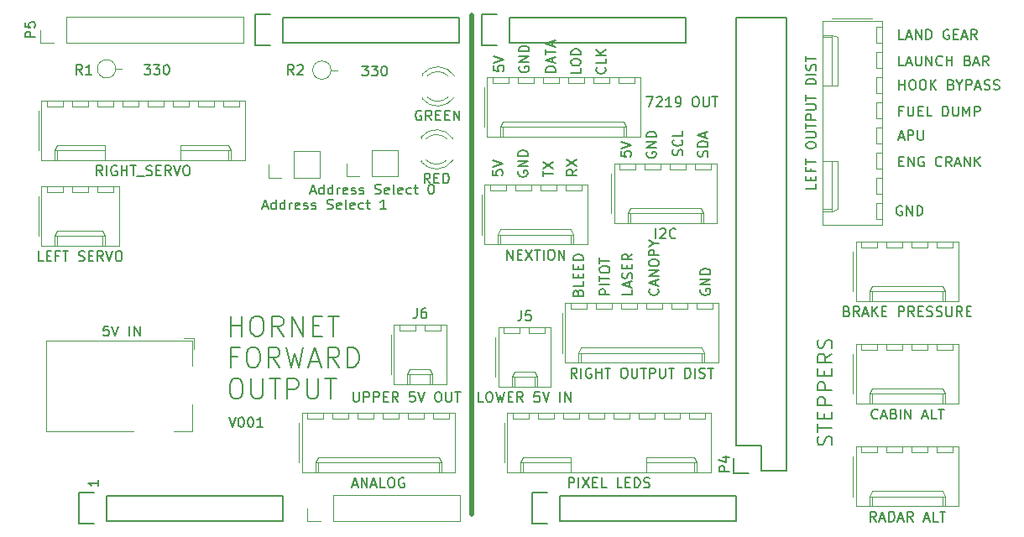
<source format=gbr>
G04 #@! TF.GenerationSoftware,KiCad,Pcbnew,(5.1.5-0-10_14)*
G04 #@! TF.CreationDate,2021-10-24T14:58:30+10:00*
G04 #@! TF.ProjectId,Hornet Forward Output Shield,486f726e-6574-4204-966f-727761726420,rev?*
G04 #@! TF.SameCoordinates,Original*
G04 #@! TF.FileFunction,Legend,Top*
G04 #@! TF.FilePolarity,Positive*
%FSLAX46Y46*%
G04 Gerber Fmt 4.6, Leading zero omitted, Abs format (unit mm)*
G04 Created by KiCad (PCBNEW (5.1.5-0-10_14)) date 2021-10-24 14:58:30*
%MOMM*%
%LPD*%
G04 APERTURE LIST*
%ADD10C,0.150000*%
%ADD11C,0.500000*%
%ADD12C,0.120000*%
G04 APERTURE END LIST*
D10*
X177871380Y-75102404D02*
X176871380Y-75102404D01*
X176871380Y-74864309D01*
X176919000Y-74721452D01*
X177014238Y-74626214D01*
X177109476Y-74578595D01*
X177299952Y-74530976D01*
X177442809Y-74530976D01*
X177633285Y-74578595D01*
X177728523Y-74626214D01*
X177823761Y-74721452D01*
X177871380Y-74864309D01*
X177871380Y-75102404D01*
X177585666Y-74150023D02*
X177585666Y-73673833D01*
X177871380Y-74245261D02*
X176871380Y-73911928D01*
X177871380Y-73578595D01*
X176871380Y-73388119D02*
X176871380Y-72816690D01*
X177871380Y-73102404D02*
X176871380Y-73102404D01*
X177585666Y-72530976D02*
X177585666Y-72054785D01*
X177871380Y-72626214D02*
X176871380Y-72292880D01*
X177871380Y-71959547D01*
X182856142Y-74657976D02*
X182903761Y-74705595D01*
X182951380Y-74848452D01*
X182951380Y-74943690D01*
X182903761Y-75086547D01*
X182808523Y-75181785D01*
X182713285Y-75229404D01*
X182522809Y-75277023D01*
X182379952Y-75277023D01*
X182189476Y-75229404D01*
X182094238Y-75181785D01*
X181999000Y-75086547D01*
X181951380Y-74943690D01*
X181951380Y-74848452D01*
X181999000Y-74705595D01*
X182046619Y-74657976D01*
X182951380Y-73753214D02*
X182951380Y-74229404D01*
X181951380Y-74229404D01*
X182951380Y-73419880D02*
X181951380Y-73419880D01*
X182951380Y-72848452D02*
X182379952Y-73277023D01*
X181951380Y-72848452D02*
X182522809Y-73419880D01*
X180411380Y-74753214D02*
X180411380Y-75229404D01*
X179411380Y-75229404D01*
X179411380Y-74229404D02*
X179411380Y-74038928D01*
X179459000Y-73943690D01*
X179554238Y-73848452D01*
X179744714Y-73800833D01*
X180078047Y-73800833D01*
X180268523Y-73848452D01*
X180363761Y-73943690D01*
X180411380Y-74038928D01*
X180411380Y-74229404D01*
X180363761Y-74324642D01*
X180268523Y-74419880D01*
X180078047Y-74467500D01*
X179744714Y-74467500D01*
X179554238Y-74419880D01*
X179459000Y-74324642D01*
X179411380Y-74229404D01*
X180411380Y-73372261D02*
X179411380Y-73372261D01*
X179411380Y-73134166D01*
X179459000Y-72991309D01*
X179554238Y-72896071D01*
X179649476Y-72848452D01*
X179839952Y-72800833D01*
X179982809Y-72800833D01*
X180173285Y-72848452D01*
X180268523Y-72896071D01*
X180363761Y-72991309D01*
X180411380Y-73134166D01*
X180411380Y-73372261D01*
X212552595Y-84129571D02*
X212885928Y-84129571D01*
X213028785Y-84653380D02*
X212552595Y-84653380D01*
X212552595Y-83653380D01*
X213028785Y-83653380D01*
X213457357Y-84653380D02*
X213457357Y-83653380D01*
X214028785Y-84653380D01*
X214028785Y-83653380D01*
X215028785Y-83701000D02*
X214933547Y-83653380D01*
X214790690Y-83653380D01*
X214647833Y-83701000D01*
X214552595Y-83796238D01*
X214504976Y-83891476D01*
X214457357Y-84081952D01*
X214457357Y-84224809D01*
X214504976Y-84415285D01*
X214552595Y-84510523D01*
X214647833Y-84605761D01*
X214790690Y-84653380D01*
X214885928Y-84653380D01*
X215028785Y-84605761D01*
X215076404Y-84558142D01*
X215076404Y-84224809D01*
X214885928Y-84224809D01*
X216838309Y-84558142D02*
X216790690Y-84605761D01*
X216647833Y-84653380D01*
X216552595Y-84653380D01*
X216409738Y-84605761D01*
X216314500Y-84510523D01*
X216266880Y-84415285D01*
X216219261Y-84224809D01*
X216219261Y-84081952D01*
X216266880Y-83891476D01*
X216314500Y-83796238D01*
X216409738Y-83701000D01*
X216552595Y-83653380D01*
X216647833Y-83653380D01*
X216790690Y-83701000D01*
X216838309Y-83748619D01*
X217838309Y-84653380D02*
X217504976Y-84177190D01*
X217266880Y-84653380D02*
X217266880Y-83653380D01*
X217647833Y-83653380D01*
X217743071Y-83701000D01*
X217790690Y-83748619D01*
X217838309Y-83843857D01*
X217838309Y-83986714D01*
X217790690Y-84081952D01*
X217743071Y-84129571D01*
X217647833Y-84177190D01*
X217266880Y-84177190D01*
X218219261Y-84367666D02*
X218695452Y-84367666D01*
X218124023Y-84653380D02*
X218457357Y-83653380D01*
X218790690Y-84653380D01*
X219124023Y-84653380D02*
X219124023Y-83653380D01*
X219695452Y-84653380D01*
X219695452Y-83653380D01*
X220171642Y-84653380D02*
X220171642Y-83653380D01*
X220743071Y-84653380D02*
X220314500Y-84081952D01*
X220743071Y-83653380D02*
X220171642Y-84224809D01*
X212504976Y-81700666D02*
X212981166Y-81700666D01*
X212409738Y-81986380D02*
X212743071Y-80986380D01*
X213076404Y-81986380D01*
X213409738Y-81986380D02*
X213409738Y-80986380D01*
X213790690Y-80986380D01*
X213885928Y-81034000D01*
X213933547Y-81081619D01*
X213981166Y-81176857D01*
X213981166Y-81319714D01*
X213933547Y-81414952D01*
X213885928Y-81462571D01*
X213790690Y-81510190D01*
X213409738Y-81510190D01*
X214409738Y-80986380D02*
X214409738Y-81795904D01*
X214457357Y-81891142D01*
X214504976Y-81938761D01*
X214600214Y-81986380D01*
X214790690Y-81986380D01*
X214885928Y-81938761D01*
X214933547Y-81891142D01*
X214981166Y-81795904D01*
X214981166Y-80986380D01*
X212885928Y-79049571D02*
X212552595Y-79049571D01*
X212552595Y-79573380D02*
X212552595Y-78573380D01*
X213028785Y-78573380D01*
X213409738Y-78573380D02*
X213409738Y-79382904D01*
X213457357Y-79478142D01*
X213504976Y-79525761D01*
X213600214Y-79573380D01*
X213790690Y-79573380D01*
X213885928Y-79525761D01*
X213933547Y-79478142D01*
X213981166Y-79382904D01*
X213981166Y-78573380D01*
X214457357Y-79049571D02*
X214790690Y-79049571D01*
X214933547Y-79573380D02*
X214457357Y-79573380D01*
X214457357Y-78573380D01*
X214933547Y-78573380D01*
X215838309Y-79573380D02*
X215362119Y-79573380D01*
X215362119Y-78573380D01*
X216933547Y-79573380D02*
X216933547Y-78573380D01*
X217171642Y-78573380D01*
X217314500Y-78621000D01*
X217409738Y-78716238D01*
X217457357Y-78811476D01*
X217504976Y-79001952D01*
X217504976Y-79144809D01*
X217457357Y-79335285D01*
X217409738Y-79430523D01*
X217314500Y-79525761D01*
X217171642Y-79573380D01*
X216933547Y-79573380D01*
X217933547Y-78573380D02*
X217933547Y-79382904D01*
X217981166Y-79478142D01*
X218028785Y-79525761D01*
X218124023Y-79573380D01*
X218314500Y-79573380D01*
X218409738Y-79525761D01*
X218457357Y-79478142D01*
X218504976Y-79382904D01*
X218504976Y-78573380D01*
X218981166Y-79573380D02*
X218981166Y-78573380D01*
X219314500Y-79287666D01*
X219647833Y-78573380D01*
X219647833Y-79573380D01*
X220124023Y-79573380D02*
X220124023Y-78573380D01*
X220504976Y-78573380D01*
X220600214Y-78621000D01*
X220647833Y-78668619D01*
X220695452Y-78763857D01*
X220695452Y-78906714D01*
X220647833Y-79001952D01*
X220600214Y-79049571D01*
X220504976Y-79097190D01*
X220124023Y-79097190D01*
X212552595Y-76906380D02*
X212552595Y-75906380D01*
X212552595Y-76382571D02*
X213124023Y-76382571D01*
X213124023Y-76906380D02*
X213124023Y-75906380D01*
X213790690Y-75906380D02*
X213981166Y-75906380D01*
X214076404Y-75954000D01*
X214171642Y-76049238D01*
X214219261Y-76239714D01*
X214219261Y-76573047D01*
X214171642Y-76763523D01*
X214076404Y-76858761D01*
X213981166Y-76906380D01*
X213790690Y-76906380D01*
X213695452Y-76858761D01*
X213600214Y-76763523D01*
X213552595Y-76573047D01*
X213552595Y-76239714D01*
X213600214Y-76049238D01*
X213695452Y-75954000D01*
X213790690Y-75906380D01*
X214838309Y-75906380D02*
X215028785Y-75906380D01*
X215124023Y-75954000D01*
X215219261Y-76049238D01*
X215266880Y-76239714D01*
X215266880Y-76573047D01*
X215219261Y-76763523D01*
X215124023Y-76858761D01*
X215028785Y-76906380D01*
X214838309Y-76906380D01*
X214743071Y-76858761D01*
X214647833Y-76763523D01*
X214600214Y-76573047D01*
X214600214Y-76239714D01*
X214647833Y-76049238D01*
X214743071Y-75954000D01*
X214838309Y-75906380D01*
X215695452Y-76906380D02*
X215695452Y-75906380D01*
X216266880Y-76906380D02*
X215838309Y-76334952D01*
X216266880Y-75906380D02*
X215695452Y-76477809D01*
X217790690Y-76382571D02*
X217933547Y-76430190D01*
X217981166Y-76477809D01*
X218028785Y-76573047D01*
X218028785Y-76715904D01*
X217981166Y-76811142D01*
X217933547Y-76858761D01*
X217838309Y-76906380D01*
X217457357Y-76906380D01*
X217457357Y-75906380D01*
X217790690Y-75906380D01*
X217885928Y-75954000D01*
X217933547Y-76001619D01*
X217981166Y-76096857D01*
X217981166Y-76192095D01*
X217933547Y-76287333D01*
X217885928Y-76334952D01*
X217790690Y-76382571D01*
X217457357Y-76382571D01*
X218647833Y-76430190D02*
X218647833Y-76906380D01*
X218314500Y-75906380D02*
X218647833Y-76430190D01*
X218981166Y-75906380D01*
X219314500Y-76906380D02*
X219314500Y-75906380D01*
X219695452Y-75906380D01*
X219790690Y-75954000D01*
X219838309Y-76001619D01*
X219885928Y-76096857D01*
X219885928Y-76239714D01*
X219838309Y-76334952D01*
X219790690Y-76382571D01*
X219695452Y-76430190D01*
X219314500Y-76430190D01*
X220266880Y-76620666D02*
X220743071Y-76620666D01*
X220171642Y-76906380D02*
X220504976Y-75906380D01*
X220838309Y-76906380D01*
X221124023Y-76858761D02*
X221266880Y-76906380D01*
X221504976Y-76906380D01*
X221600214Y-76858761D01*
X221647833Y-76811142D01*
X221695452Y-76715904D01*
X221695452Y-76620666D01*
X221647833Y-76525428D01*
X221600214Y-76477809D01*
X221504976Y-76430190D01*
X221314500Y-76382571D01*
X221219261Y-76334952D01*
X221171642Y-76287333D01*
X221124023Y-76192095D01*
X221124023Y-76096857D01*
X221171642Y-76001619D01*
X221219261Y-75954000D01*
X221314500Y-75906380D01*
X221552595Y-75906380D01*
X221695452Y-75954000D01*
X222076404Y-76858761D02*
X222219261Y-76906380D01*
X222457357Y-76906380D01*
X222552595Y-76858761D01*
X222600214Y-76811142D01*
X222647833Y-76715904D01*
X222647833Y-76620666D01*
X222600214Y-76525428D01*
X222552595Y-76477809D01*
X222457357Y-76430190D01*
X222266880Y-76382571D01*
X222171642Y-76334952D01*
X222124023Y-76287333D01*
X222076404Y-76192095D01*
X222076404Y-76096857D01*
X222124023Y-76001619D01*
X222171642Y-75954000D01*
X222266880Y-75906380D01*
X222504976Y-75906380D01*
X222647833Y-75954000D01*
X213028785Y-74493380D02*
X212552595Y-74493380D01*
X212552595Y-73493380D01*
X213314500Y-74207666D02*
X213790690Y-74207666D01*
X213219261Y-74493380D02*
X213552595Y-73493380D01*
X213885928Y-74493380D01*
X214219261Y-73493380D02*
X214219261Y-74302904D01*
X214266880Y-74398142D01*
X214314500Y-74445761D01*
X214409738Y-74493380D01*
X214600214Y-74493380D01*
X214695452Y-74445761D01*
X214743071Y-74398142D01*
X214790690Y-74302904D01*
X214790690Y-73493380D01*
X215266880Y-74493380D02*
X215266880Y-73493380D01*
X215838309Y-74493380D01*
X215838309Y-73493380D01*
X216885928Y-74398142D02*
X216838309Y-74445761D01*
X216695452Y-74493380D01*
X216600214Y-74493380D01*
X216457357Y-74445761D01*
X216362119Y-74350523D01*
X216314500Y-74255285D01*
X216266880Y-74064809D01*
X216266880Y-73921952D01*
X216314500Y-73731476D01*
X216362119Y-73636238D01*
X216457357Y-73541000D01*
X216600214Y-73493380D01*
X216695452Y-73493380D01*
X216838309Y-73541000D01*
X216885928Y-73588619D01*
X217314500Y-74493380D02*
X217314500Y-73493380D01*
X217314500Y-73969571D02*
X217885928Y-73969571D01*
X217885928Y-74493380D02*
X217885928Y-73493380D01*
X219457357Y-73969571D02*
X219600214Y-74017190D01*
X219647833Y-74064809D01*
X219695452Y-74160047D01*
X219695452Y-74302904D01*
X219647833Y-74398142D01*
X219600214Y-74445761D01*
X219504976Y-74493380D01*
X219124023Y-74493380D01*
X219124023Y-73493380D01*
X219457357Y-73493380D01*
X219552595Y-73541000D01*
X219600214Y-73588619D01*
X219647833Y-73683857D01*
X219647833Y-73779095D01*
X219600214Y-73874333D01*
X219552595Y-73921952D01*
X219457357Y-73969571D01*
X219124023Y-73969571D01*
X220076404Y-74207666D02*
X220552595Y-74207666D01*
X219981166Y-74493380D02*
X220314500Y-73493380D01*
X220647833Y-74493380D01*
X221552595Y-74493380D02*
X221219261Y-74017190D01*
X220981166Y-74493380D02*
X220981166Y-73493380D01*
X221362119Y-73493380D01*
X221457357Y-73541000D01*
X221504976Y-73588619D01*
X221552595Y-73683857D01*
X221552595Y-73826714D01*
X221504976Y-73921952D01*
X221457357Y-73969571D01*
X221362119Y-74017190D01*
X220981166Y-74017190D01*
X213028785Y-71826380D02*
X212552595Y-71826380D01*
X212552595Y-70826380D01*
X213314500Y-71540666D02*
X213790690Y-71540666D01*
X213219261Y-71826380D02*
X213552595Y-70826380D01*
X213885928Y-71826380D01*
X214219261Y-71826380D02*
X214219261Y-70826380D01*
X214790690Y-71826380D01*
X214790690Y-70826380D01*
X215266880Y-71826380D02*
X215266880Y-70826380D01*
X215504976Y-70826380D01*
X215647833Y-70874000D01*
X215743071Y-70969238D01*
X215790690Y-71064476D01*
X215838309Y-71254952D01*
X215838309Y-71397809D01*
X215790690Y-71588285D01*
X215743071Y-71683523D01*
X215647833Y-71778761D01*
X215504976Y-71826380D01*
X215266880Y-71826380D01*
X217552595Y-70874000D02*
X217457357Y-70826380D01*
X217314500Y-70826380D01*
X217171642Y-70874000D01*
X217076404Y-70969238D01*
X217028785Y-71064476D01*
X216981166Y-71254952D01*
X216981166Y-71397809D01*
X217028785Y-71588285D01*
X217076404Y-71683523D01*
X217171642Y-71778761D01*
X217314500Y-71826380D01*
X217409738Y-71826380D01*
X217552595Y-71778761D01*
X217600214Y-71731142D01*
X217600214Y-71397809D01*
X217409738Y-71397809D01*
X218028785Y-71302571D02*
X218362119Y-71302571D01*
X218504976Y-71826380D02*
X218028785Y-71826380D01*
X218028785Y-70826380D01*
X218504976Y-70826380D01*
X218885928Y-71540666D02*
X219362119Y-71540666D01*
X218790690Y-71826380D02*
X219124023Y-70826380D01*
X219457357Y-71826380D01*
X220362119Y-71826380D02*
X220028785Y-71350190D01*
X219790690Y-71826380D02*
X219790690Y-70826380D01*
X220171642Y-70826380D01*
X220266880Y-70874000D01*
X220314500Y-70921619D01*
X220362119Y-71016857D01*
X220362119Y-71159714D01*
X220314500Y-71254952D01*
X220266880Y-71302571D01*
X220171642Y-71350190D01*
X219790690Y-71350190D01*
X212822404Y-88654000D02*
X212727166Y-88606380D01*
X212584309Y-88606380D01*
X212441452Y-88654000D01*
X212346214Y-88749238D01*
X212298595Y-88844476D01*
X212250976Y-89034952D01*
X212250976Y-89177809D01*
X212298595Y-89368285D01*
X212346214Y-89463523D01*
X212441452Y-89558761D01*
X212584309Y-89606380D01*
X212679547Y-89606380D01*
X212822404Y-89558761D01*
X212870023Y-89511142D01*
X212870023Y-89177809D01*
X212679547Y-89177809D01*
X213298595Y-89606380D02*
X213298595Y-88606380D01*
X213870023Y-89606380D01*
X213870023Y-88606380D01*
X214346214Y-89606380D02*
X214346214Y-88606380D01*
X214584309Y-88606380D01*
X214727166Y-88654000D01*
X214822404Y-88749238D01*
X214870023Y-88844476D01*
X214917642Y-89034952D01*
X214917642Y-89177809D01*
X214870023Y-89368285D01*
X214822404Y-89463523D01*
X214727166Y-89558761D01*
X214584309Y-89606380D01*
X214346214Y-89606380D01*
X171664380Y-74499214D02*
X171664380Y-74975404D01*
X172140571Y-75023023D01*
X172092952Y-74975404D01*
X172045333Y-74880166D01*
X172045333Y-74642071D01*
X172092952Y-74546833D01*
X172140571Y-74499214D01*
X172235809Y-74451595D01*
X172473904Y-74451595D01*
X172569142Y-74499214D01*
X172616761Y-74546833D01*
X172664380Y-74642071D01*
X172664380Y-74880166D01*
X172616761Y-74975404D01*
X172569142Y-75023023D01*
X171664380Y-74165880D02*
X172664380Y-73832547D01*
X171664380Y-73499214D01*
X174252000Y-74578595D02*
X174204380Y-74673833D01*
X174204380Y-74816690D01*
X174252000Y-74959547D01*
X174347238Y-75054785D01*
X174442476Y-75102404D01*
X174632952Y-75150023D01*
X174775809Y-75150023D01*
X174966285Y-75102404D01*
X175061523Y-75054785D01*
X175156761Y-74959547D01*
X175204380Y-74816690D01*
X175204380Y-74721452D01*
X175156761Y-74578595D01*
X175109142Y-74530976D01*
X174775809Y-74530976D01*
X174775809Y-74721452D01*
X175204380Y-74102404D02*
X174204380Y-74102404D01*
X175204380Y-73530976D01*
X174204380Y-73530976D01*
X175204380Y-73054785D02*
X174204380Y-73054785D01*
X174204380Y-72816690D01*
X174252000Y-72673833D01*
X174347238Y-72578595D01*
X174442476Y-72530976D01*
X174632952Y-72483357D01*
X174775809Y-72483357D01*
X174966285Y-72530976D01*
X175061523Y-72578595D01*
X175156761Y-72673833D01*
X175204380Y-72816690D01*
X175204380Y-73054785D01*
X193190761Y-83659023D02*
X193238380Y-83516166D01*
X193238380Y-83278071D01*
X193190761Y-83182833D01*
X193143142Y-83135214D01*
X193047904Y-83087595D01*
X192952666Y-83087595D01*
X192857428Y-83135214D01*
X192809809Y-83182833D01*
X192762190Y-83278071D01*
X192714571Y-83468547D01*
X192666952Y-83563785D01*
X192619333Y-83611404D01*
X192524095Y-83659023D01*
X192428857Y-83659023D01*
X192333619Y-83611404D01*
X192286000Y-83563785D01*
X192238380Y-83468547D01*
X192238380Y-83230452D01*
X192286000Y-83087595D01*
X193238380Y-82659023D02*
X192238380Y-82659023D01*
X192238380Y-82420928D01*
X192286000Y-82278071D01*
X192381238Y-82182833D01*
X192476476Y-82135214D01*
X192666952Y-82087595D01*
X192809809Y-82087595D01*
X193000285Y-82135214D01*
X193095523Y-82182833D01*
X193190761Y-82278071D01*
X193238380Y-82420928D01*
X193238380Y-82659023D01*
X192952666Y-81706642D02*
X192952666Y-81230452D01*
X193238380Y-81801880D02*
X192238380Y-81468547D01*
X193238380Y-81135214D01*
X190650761Y-83532023D02*
X190698380Y-83389166D01*
X190698380Y-83151071D01*
X190650761Y-83055833D01*
X190603142Y-83008214D01*
X190507904Y-82960595D01*
X190412666Y-82960595D01*
X190317428Y-83008214D01*
X190269809Y-83055833D01*
X190222190Y-83151071D01*
X190174571Y-83341547D01*
X190126952Y-83436785D01*
X190079333Y-83484404D01*
X189984095Y-83532023D01*
X189888857Y-83532023D01*
X189793619Y-83484404D01*
X189746000Y-83436785D01*
X189698380Y-83341547D01*
X189698380Y-83103452D01*
X189746000Y-82960595D01*
X190603142Y-81960595D02*
X190650761Y-82008214D01*
X190698380Y-82151071D01*
X190698380Y-82246309D01*
X190650761Y-82389166D01*
X190555523Y-82484404D01*
X190460285Y-82532023D01*
X190269809Y-82579642D01*
X190126952Y-82579642D01*
X189936476Y-82532023D01*
X189841238Y-82484404D01*
X189746000Y-82389166D01*
X189698380Y-82246309D01*
X189698380Y-82151071D01*
X189746000Y-82008214D01*
X189793619Y-81960595D01*
X190698380Y-81055833D02*
X190698380Y-81532023D01*
X189698380Y-81532023D01*
X184491380Y-83135214D02*
X184491380Y-83611404D01*
X184967571Y-83659023D01*
X184919952Y-83611404D01*
X184872333Y-83516166D01*
X184872333Y-83278071D01*
X184919952Y-83182833D01*
X184967571Y-83135214D01*
X185062809Y-83087595D01*
X185300904Y-83087595D01*
X185396142Y-83135214D01*
X185443761Y-83182833D01*
X185491380Y-83278071D01*
X185491380Y-83516166D01*
X185443761Y-83611404D01*
X185396142Y-83659023D01*
X184491380Y-82801880D02*
X185491380Y-82468547D01*
X184491380Y-82135214D01*
X187079000Y-83214595D02*
X187031380Y-83309833D01*
X187031380Y-83452690D01*
X187079000Y-83595547D01*
X187174238Y-83690785D01*
X187269476Y-83738404D01*
X187459952Y-83786023D01*
X187602809Y-83786023D01*
X187793285Y-83738404D01*
X187888523Y-83690785D01*
X187983761Y-83595547D01*
X188031380Y-83452690D01*
X188031380Y-83357452D01*
X187983761Y-83214595D01*
X187936142Y-83166976D01*
X187602809Y-83166976D01*
X187602809Y-83357452D01*
X188031380Y-82738404D02*
X187031380Y-82738404D01*
X188031380Y-82166976D01*
X187031380Y-82166976D01*
X188031380Y-81690785D02*
X187031380Y-81690785D01*
X187031380Y-81452690D01*
X187079000Y-81309833D01*
X187174238Y-81214595D01*
X187269476Y-81166976D01*
X187459952Y-81119357D01*
X187602809Y-81119357D01*
X187793285Y-81166976D01*
X187888523Y-81214595D01*
X187983761Y-81309833D01*
X188031380Y-81452690D01*
X188031380Y-81690785D01*
X180030380Y-84944976D02*
X179554190Y-85278309D01*
X180030380Y-85516404D02*
X179030380Y-85516404D01*
X179030380Y-85135452D01*
X179078000Y-85040214D01*
X179125619Y-84992595D01*
X179220857Y-84944976D01*
X179363714Y-84944976D01*
X179458952Y-84992595D01*
X179506571Y-85040214D01*
X179554190Y-85135452D01*
X179554190Y-85516404D01*
X179030380Y-84611642D02*
X180030380Y-83944976D01*
X179030380Y-83944976D02*
X180030380Y-84611642D01*
X176617380Y-85659261D02*
X176617380Y-85087833D01*
X177617380Y-85373547D02*
X176617380Y-85373547D01*
X176617380Y-84849738D02*
X177617380Y-84183071D01*
X176617380Y-84183071D02*
X177617380Y-84849738D01*
X171537380Y-85040214D02*
X171537380Y-85516404D01*
X172013571Y-85564023D01*
X171965952Y-85516404D01*
X171918333Y-85421166D01*
X171918333Y-85183071D01*
X171965952Y-85087833D01*
X172013571Y-85040214D01*
X172108809Y-84992595D01*
X172346904Y-84992595D01*
X172442142Y-85040214D01*
X172489761Y-85087833D01*
X172537380Y-85183071D01*
X172537380Y-85421166D01*
X172489761Y-85516404D01*
X172442142Y-85564023D01*
X171537380Y-84706880D02*
X172537380Y-84373547D01*
X171537380Y-84040214D01*
X174125000Y-85119595D02*
X174077380Y-85214833D01*
X174077380Y-85357690D01*
X174125000Y-85500547D01*
X174220238Y-85595785D01*
X174315476Y-85643404D01*
X174505952Y-85691023D01*
X174648809Y-85691023D01*
X174839285Y-85643404D01*
X174934523Y-85595785D01*
X175029761Y-85500547D01*
X175077380Y-85357690D01*
X175077380Y-85262452D01*
X175029761Y-85119595D01*
X174982142Y-85071976D01*
X174648809Y-85071976D01*
X174648809Y-85262452D01*
X175077380Y-84643404D02*
X174077380Y-84643404D01*
X175077380Y-84071976D01*
X174077380Y-84071976D01*
X175077380Y-83595785D02*
X174077380Y-83595785D01*
X174077380Y-83357690D01*
X174125000Y-83214833D01*
X174220238Y-83119595D01*
X174315476Y-83071976D01*
X174505952Y-83024357D01*
X174648809Y-83024357D01*
X174839285Y-83071976D01*
X174934523Y-83119595D01*
X175029761Y-83214833D01*
X175077380Y-83357690D01*
X175077380Y-83595785D01*
X188190142Y-97009976D02*
X188237761Y-97057595D01*
X188285380Y-97200452D01*
X188285380Y-97295690D01*
X188237761Y-97438547D01*
X188142523Y-97533785D01*
X188047285Y-97581404D01*
X187856809Y-97629023D01*
X187713952Y-97629023D01*
X187523476Y-97581404D01*
X187428238Y-97533785D01*
X187333000Y-97438547D01*
X187285380Y-97295690D01*
X187285380Y-97200452D01*
X187333000Y-97057595D01*
X187380619Y-97009976D01*
X187999666Y-96629023D02*
X187999666Y-96152833D01*
X188285380Y-96724261D02*
X187285380Y-96390928D01*
X188285380Y-96057595D01*
X188285380Y-95724261D02*
X187285380Y-95724261D01*
X188285380Y-95152833D01*
X187285380Y-95152833D01*
X187285380Y-94486166D02*
X187285380Y-94295690D01*
X187333000Y-94200452D01*
X187428238Y-94105214D01*
X187618714Y-94057595D01*
X187952047Y-94057595D01*
X188142523Y-94105214D01*
X188237761Y-94200452D01*
X188285380Y-94295690D01*
X188285380Y-94486166D01*
X188237761Y-94581404D01*
X188142523Y-94676642D01*
X187952047Y-94724261D01*
X187618714Y-94724261D01*
X187428238Y-94676642D01*
X187333000Y-94581404D01*
X187285380Y-94486166D01*
X188285380Y-93629023D02*
X187285380Y-93629023D01*
X187285380Y-93248071D01*
X187333000Y-93152833D01*
X187380619Y-93105214D01*
X187475857Y-93057595D01*
X187618714Y-93057595D01*
X187713952Y-93105214D01*
X187761571Y-93152833D01*
X187809190Y-93248071D01*
X187809190Y-93629023D01*
X187809190Y-92438547D02*
X188285380Y-92438547D01*
X187285380Y-92771880D02*
X187809190Y-92438547D01*
X187285380Y-92105214D01*
X185618380Y-97105214D02*
X185618380Y-97581404D01*
X184618380Y-97581404D01*
X185332666Y-96819500D02*
X185332666Y-96343309D01*
X185618380Y-96914738D02*
X184618380Y-96581404D01*
X185618380Y-96248071D01*
X185570761Y-95962357D02*
X185618380Y-95819500D01*
X185618380Y-95581404D01*
X185570761Y-95486166D01*
X185523142Y-95438547D01*
X185427904Y-95390928D01*
X185332666Y-95390928D01*
X185237428Y-95438547D01*
X185189809Y-95486166D01*
X185142190Y-95581404D01*
X185094571Y-95771880D01*
X185046952Y-95867119D01*
X184999333Y-95914738D01*
X184904095Y-95962357D01*
X184808857Y-95962357D01*
X184713619Y-95914738D01*
X184666000Y-95867119D01*
X184618380Y-95771880D01*
X184618380Y-95533785D01*
X184666000Y-95390928D01*
X185094571Y-94962357D02*
X185094571Y-94629023D01*
X185618380Y-94486166D02*
X185618380Y-94962357D01*
X184618380Y-94962357D01*
X184618380Y-94486166D01*
X185618380Y-93486166D02*
X185142190Y-93819500D01*
X185618380Y-94057595D02*
X184618380Y-94057595D01*
X184618380Y-93676642D01*
X184666000Y-93581404D01*
X184713619Y-93533785D01*
X184808857Y-93486166D01*
X184951714Y-93486166D01*
X185046952Y-93533785D01*
X185094571Y-93581404D01*
X185142190Y-93676642D01*
X185142190Y-94057595D01*
X183332380Y-97581404D02*
X182332380Y-97581404D01*
X182332380Y-97200452D01*
X182380000Y-97105214D01*
X182427619Y-97057595D01*
X182522857Y-97009976D01*
X182665714Y-97009976D01*
X182760952Y-97057595D01*
X182808571Y-97105214D01*
X182856190Y-97200452D01*
X182856190Y-97581404D01*
X183332380Y-96581404D02*
X182332380Y-96581404D01*
X182332380Y-96248071D02*
X182332380Y-95676642D01*
X183332380Y-95962357D02*
X182332380Y-95962357D01*
X182332380Y-95152833D02*
X182332380Y-94962357D01*
X182380000Y-94867119D01*
X182475238Y-94771880D01*
X182665714Y-94724261D01*
X182999047Y-94724261D01*
X183189523Y-94771880D01*
X183284761Y-94867119D01*
X183332380Y-94962357D01*
X183332380Y-95152833D01*
X183284761Y-95248071D01*
X183189523Y-95343309D01*
X182999047Y-95390928D01*
X182665714Y-95390928D01*
X182475238Y-95343309D01*
X182380000Y-95248071D01*
X182332380Y-95152833D01*
X182332380Y-94438547D02*
X182332380Y-93867119D01*
X183332380Y-94152833D02*
X182332380Y-94152833D01*
X180141571Y-97375071D02*
X180189190Y-97232214D01*
X180236809Y-97184595D01*
X180332047Y-97136976D01*
X180474904Y-97136976D01*
X180570142Y-97184595D01*
X180617761Y-97232214D01*
X180665380Y-97327452D01*
X180665380Y-97708404D01*
X179665380Y-97708404D01*
X179665380Y-97375071D01*
X179713000Y-97279833D01*
X179760619Y-97232214D01*
X179855857Y-97184595D01*
X179951095Y-97184595D01*
X180046333Y-97232214D01*
X180093952Y-97279833D01*
X180141571Y-97375071D01*
X180141571Y-97708404D01*
X180665380Y-96232214D02*
X180665380Y-96708404D01*
X179665380Y-96708404D01*
X180141571Y-95898880D02*
X180141571Y-95565547D01*
X180665380Y-95422690D02*
X180665380Y-95898880D01*
X179665380Y-95898880D01*
X179665380Y-95422690D01*
X180141571Y-94994119D02*
X180141571Y-94660785D01*
X180665380Y-94517928D02*
X180665380Y-94994119D01*
X179665380Y-94994119D01*
X179665380Y-94517928D01*
X180665380Y-94089357D02*
X179665380Y-94089357D01*
X179665380Y-93851261D01*
X179713000Y-93708404D01*
X179808238Y-93613166D01*
X179903476Y-93565547D01*
X180093952Y-93517928D01*
X180236809Y-93517928D01*
X180427285Y-93565547D01*
X180522523Y-93613166D01*
X180617761Y-93708404D01*
X180665380Y-93851261D01*
X180665380Y-94089357D01*
X192540000Y-97057595D02*
X192492380Y-97152833D01*
X192492380Y-97295690D01*
X192540000Y-97438547D01*
X192635238Y-97533785D01*
X192730476Y-97581404D01*
X192920952Y-97629023D01*
X193063809Y-97629023D01*
X193254285Y-97581404D01*
X193349523Y-97533785D01*
X193444761Y-97438547D01*
X193492380Y-97295690D01*
X193492380Y-97200452D01*
X193444761Y-97057595D01*
X193397142Y-97009976D01*
X193063809Y-97009976D01*
X193063809Y-97200452D01*
X193492380Y-96581404D02*
X192492380Y-96581404D01*
X193492380Y-96009976D01*
X192492380Y-96009976D01*
X193492380Y-95533785D02*
X192492380Y-95533785D01*
X192492380Y-95295690D01*
X192540000Y-95152833D01*
X192635238Y-95057595D01*
X192730476Y-95009976D01*
X192920952Y-94962357D01*
X193063809Y-94962357D01*
X193254285Y-95009976D01*
X193349523Y-95057595D01*
X193444761Y-95152833D01*
X193492380Y-95295690D01*
X193492380Y-95533785D01*
X205712142Y-112763428D02*
X205783571Y-112549142D01*
X205783571Y-112192000D01*
X205712142Y-112049142D01*
X205640714Y-111977714D01*
X205497857Y-111906285D01*
X205355000Y-111906285D01*
X205212142Y-111977714D01*
X205140714Y-112049142D01*
X205069285Y-112192000D01*
X204997857Y-112477714D01*
X204926428Y-112620571D01*
X204855000Y-112692000D01*
X204712142Y-112763428D01*
X204569285Y-112763428D01*
X204426428Y-112692000D01*
X204355000Y-112620571D01*
X204283571Y-112477714D01*
X204283571Y-112120571D01*
X204355000Y-111906285D01*
X204283571Y-111477714D02*
X204283571Y-110620571D01*
X205783571Y-111049142D02*
X204283571Y-111049142D01*
X204997857Y-110120571D02*
X204997857Y-109620571D01*
X205783571Y-109406285D02*
X205783571Y-110120571D01*
X204283571Y-110120571D01*
X204283571Y-109406285D01*
X205783571Y-108763428D02*
X204283571Y-108763428D01*
X204283571Y-108192000D01*
X204355000Y-108049142D01*
X204426428Y-107977714D01*
X204569285Y-107906285D01*
X204783571Y-107906285D01*
X204926428Y-107977714D01*
X204997857Y-108049142D01*
X205069285Y-108192000D01*
X205069285Y-108763428D01*
X205783571Y-107263428D02*
X204283571Y-107263428D01*
X204283571Y-106692000D01*
X204355000Y-106549142D01*
X204426428Y-106477714D01*
X204569285Y-106406285D01*
X204783571Y-106406285D01*
X204926428Y-106477714D01*
X204997857Y-106549142D01*
X205069285Y-106692000D01*
X205069285Y-107263428D01*
X204997857Y-105763428D02*
X204997857Y-105263428D01*
X205783571Y-105049142D02*
X205783571Y-105763428D01*
X204283571Y-105763428D01*
X204283571Y-105049142D01*
X205783571Y-103549142D02*
X205069285Y-104049142D01*
X205783571Y-104406285D02*
X204283571Y-104406285D01*
X204283571Y-103834857D01*
X204355000Y-103692000D01*
X204426428Y-103620571D01*
X204569285Y-103549142D01*
X204783571Y-103549142D01*
X204926428Y-103620571D01*
X204997857Y-103692000D01*
X205069285Y-103834857D01*
X205069285Y-104406285D01*
X205712142Y-102977714D02*
X205783571Y-102763428D01*
X205783571Y-102406285D01*
X205712142Y-102263428D01*
X205640714Y-102192000D01*
X205497857Y-102120571D01*
X205355000Y-102120571D01*
X205212142Y-102192000D01*
X205140714Y-102263428D01*
X205069285Y-102406285D01*
X204997857Y-102692000D01*
X204926428Y-102834857D01*
X204855000Y-102906285D01*
X204712142Y-102977714D01*
X204569285Y-102977714D01*
X204426428Y-102906285D01*
X204355000Y-102834857D01*
X204283571Y-102692000D01*
X204283571Y-102334857D01*
X204355000Y-102120571D01*
X144923095Y-109942380D02*
X145256428Y-110942380D01*
X145589761Y-109942380D01*
X146113571Y-109942380D02*
X146208809Y-109942380D01*
X146304047Y-109990000D01*
X146351666Y-110037619D01*
X146399285Y-110132857D01*
X146446904Y-110323333D01*
X146446904Y-110561428D01*
X146399285Y-110751904D01*
X146351666Y-110847142D01*
X146304047Y-110894761D01*
X146208809Y-110942380D01*
X146113571Y-110942380D01*
X146018333Y-110894761D01*
X145970714Y-110847142D01*
X145923095Y-110751904D01*
X145875476Y-110561428D01*
X145875476Y-110323333D01*
X145923095Y-110132857D01*
X145970714Y-110037619D01*
X146018333Y-109990000D01*
X146113571Y-109942380D01*
X147065952Y-109942380D02*
X147161190Y-109942380D01*
X147256428Y-109990000D01*
X147304047Y-110037619D01*
X147351666Y-110132857D01*
X147399285Y-110323333D01*
X147399285Y-110561428D01*
X147351666Y-110751904D01*
X147304047Y-110847142D01*
X147256428Y-110894761D01*
X147161190Y-110942380D01*
X147065952Y-110942380D01*
X146970714Y-110894761D01*
X146923095Y-110847142D01*
X146875476Y-110751904D01*
X146827857Y-110561428D01*
X146827857Y-110323333D01*
X146875476Y-110132857D01*
X146923095Y-110037619D01*
X146970714Y-109990000D01*
X147065952Y-109942380D01*
X148351666Y-110942380D02*
X147780238Y-110942380D01*
X148065952Y-110942380D02*
X148065952Y-109942380D01*
X147970714Y-110085238D01*
X147875476Y-110180476D01*
X147780238Y-110228095D01*
X145099690Y-101767761D02*
X145099690Y-99767761D01*
X145099690Y-100720142D02*
X146242547Y-100720142D01*
X146242547Y-101767761D02*
X146242547Y-99767761D01*
X147575880Y-99767761D02*
X147956833Y-99767761D01*
X148147309Y-99863000D01*
X148337785Y-100053476D01*
X148433023Y-100434428D01*
X148433023Y-101101095D01*
X148337785Y-101482047D01*
X148147309Y-101672523D01*
X147956833Y-101767761D01*
X147575880Y-101767761D01*
X147385404Y-101672523D01*
X147194928Y-101482047D01*
X147099690Y-101101095D01*
X147099690Y-100434428D01*
X147194928Y-100053476D01*
X147385404Y-99863000D01*
X147575880Y-99767761D01*
X150433023Y-101767761D02*
X149766357Y-100815380D01*
X149290166Y-101767761D02*
X149290166Y-99767761D01*
X150052071Y-99767761D01*
X150242547Y-99863000D01*
X150337785Y-99958238D01*
X150433023Y-100148714D01*
X150433023Y-100434428D01*
X150337785Y-100624904D01*
X150242547Y-100720142D01*
X150052071Y-100815380D01*
X149290166Y-100815380D01*
X151290166Y-101767761D02*
X151290166Y-99767761D01*
X152433023Y-101767761D01*
X152433023Y-99767761D01*
X153385404Y-100720142D02*
X154052071Y-100720142D01*
X154337785Y-101767761D02*
X153385404Y-101767761D01*
X153385404Y-99767761D01*
X154337785Y-99767761D01*
X154909214Y-99767761D02*
X156052071Y-99767761D01*
X155480642Y-101767761D02*
X155480642Y-99767761D01*
X145766357Y-103870142D02*
X145099690Y-103870142D01*
X145099690Y-104917761D02*
X145099690Y-102917761D01*
X146052071Y-102917761D01*
X147194928Y-102917761D02*
X147575880Y-102917761D01*
X147766357Y-103013000D01*
X147956833Y-103203476D01*
X148052071Y-103584428D01*
X148052071Y-104251095D01*
X147956833Y-104632047D01*
X147766357Y-104822523D01*
X147575880Y-104917761D01*
X147194928Y-104917761D01*
X147004452Y-104822523D01*
X146813976Y-104632047D01*
X146718738Y-104251095D01*
X146718738Y-103584428D01*
X146813976Y-103203476D01*
X147004452Y-103013000D01*
X147194928Y-102917761D01*
X150052071Y-104917761D02*
X149385404Y-103965380D01*
X148909214Y-104917761D02*
X148909214Y-102917761D01*
X149671119Y-102917761D01*
X149861595Y-103013000D01*
X149956833Y-103108238D01*
X150052071Y-103298714D01*
X150052071Y-103584428D01*
X149956833Y-103774904D01*
X149861595Y-103870142D01*
X149671119Y-103965380D01*
X148909214Y-103965380D01*
X150718738Y-102917761D02*
X151194928Y-104917761D01*
X151575880Y-103489190D01*
X151956833Y-104917761D01*
X152433023Y-102917761D01*
X153099690Y-104346333D02*
X154052071Y-104346333D01*
X152909214Y-104917761D02*
X153575880Y-102917761D01*
X154242547Y-104917761D01*
X156052071Y-104917761D02*
X155385404Y-103965380D01*
X154909214Y-104917761D02*
X154909214Y-102917761D01*
X155671119Y-102917761D01*
X155861595Y-103013000D01*
X155956833Y-103108238D01*
X156052071Y-103298714D01*
X156052071Y-103584428D01*
X155956833Y-103774904D01*
X155861595Y-103870142D01*
X155671119Y-103965380D01*
X154909214Y-103965380D01*
X156909214Y-104917761D02*
X156909214Y-102917761D01*
X157385404Y-102917761D01*
X157671119Y-103013000D01*
X157861595Y-103203476D01*
X157956833Y-103393952D01*
X158052071Y-103774904D01*
X158052071Y-104060619D01*
X157956833Y-104441571D01*
X157861595Y-104632047D01*
X157671119Y-104822523D01*
X157385404Y-104917761D01*
X156909214Y-104917761D01*
X145480642Y-106067761D02*
X145861595Y-106067761D01*
X146052071Y-106163000D01*
X146242547Y-106353476D01*
X146337785Y-106734428D01*
X146337785Y-107401095D01*
X146242547Y-107782047D01*
X146052071Y-107972523D01*
X145861595Y-108067761D01*
X145480642Y-108067761D01*
X145290166Y-107972523D01*
X145099690Y-107782047D01*
X145004452Y-107401095D01*
X145004452Y-106734428D01*
X145099690Y-106353476D01*
X145290166Y-106163000D01*
X145480642Y-106067761D01*
X147194928Y-106067761D02*
X147194928Y-107686809D01*
X147290166Y-107877285D01*
X147385404Y-107972523D01*
X147575880Y-108067761D01*
X147956833Y-108067761D01*
X148147309Y-107972523D01*
X148242547Y-107877285D01*
X148337785Y-107686809D01*
X148337785Y-106067761D01*
X149004452Y-106067761D02*
X150147309Y-106067761D01*
X149575880Y-108067761D02*
X149575880Y-106067761D01*
X150813976Y-108067761D02*
X150813976Y-106067761D01*
X151575880Y-106067761D01*
X151766357Y-106163000D01*
X151861595Y-106258238D01*
X151956833Y-106448714D01*
X151956833Y-106734428D01*
X151861595Y-106924904D01*
X151766357Y-107020142D01*
X151575880Y-107115380D01*
X150813976Y-107115380D01*
X152813976Y-106067761D02*
X152813976Y-107686809D01*
X152909214Y-107877285D01*
X153004452Y-107972523D01*
X153194928Y-108067761D01*
X153575880Y-108067761D01*
X153766357Y-107972523D01*
X153861595Y-107877285D01*
X153956833Y-107686809D01*
X153956833Y-106067761D01*
X154623500Y-106067761D02*
X155766357Y-106067761D01*
X155194928Y-108067761D02*
X155194928Y-106067761D01*
D11*
X169418000Y-69342000D02*
X169418000Y-119761000D01*
D10*
X131770380Y-116300285D02*
X131770380Y-116871714D01*
X131770380Y-116586000D02*
X130770380Y-116586000D01*
X130913238Y-116681238D01*
X131008476Y-116776476D01*
X131056095Y-116871714D01*
D12*
X167170000Y-110092000D02*
X167170000Y-109492000D01*
X165570000Y-110092000D02*
X167170000Y-110092000D01*
X165570000Y-109492000D02*
X165570000Y-110092000D01*
X164630000Y-110092000D02*
X164630000Y-109492000D01*
X163030000Y-110092000D02*
X164630000Y-110092000D01*
X163030000Y-109492000D02*
X163030000Y-110092000D01*
X162090000Y-110092000D02*
X162090000Y-109492000D01*
X160490000Y-110092000D02*
X162090000Y-110092000D01*
X160490000Y-109492000D02*
X160490000Y-110092000D01*
X159550000Y-110092000D02*
X159550000Y-109492000D01*
X157950000Y-110092000D02*
X159550000Y-110092000D01*
X157950000Y-109492000D02*
X157950000Y-110092000D01*
X157010000Y-110092000D02*
X157010000Y-109492000D01*
X155410000Y-110092000D02*
X157010000Y-110092000D01*
X155410000Y-109492000D02*
X155410000Y-110092000D01*
X154470000Y-110092000D02*
X154470000Y-109492000D01*
X152870000Y-110092000D02*
X154470000Y-110092000D01*
X152870000Y-109492000D02*
X152870000Y-110092000D01*
X166120000Y-115512000D02*
X166120000Y-114512000D01*
X153920000Y-115512000D02*
X153920000Y-114512000D01*
X166120000Y-113982000D02*
X166370000Y-114512000D01*
X153920000Y-113982000D02*
X166120000Y-113982000D01*
X153670000Y-114512000D02*
X153920000Y-113982000D01*
X166370000Y-114512000D02*
X166370000Y-115512000D01*
X153670000Y-114512000D02*
X166370000Y-114512000D01*
X153670000Y-115512000D02*
X153670000Y-114512000D01*
X152000000Y-110522000D02*
X152000000Y-114522000D01*
X167750000Y-109492000D02*
X152290000Y-109492000D01*
X167750000Y-115512000D02*
X167750000Y-109492000D01*
X152290000Y-115512000D02*
X167750000Y-115512000D01*
X152290000Y-109492000D02*
X152290000Y-115512000D01*
X166281000Y-101202000D02*
X166281000Y-100602000D01*
X164681000Y-101202000D02*
X166281000Y-101202000D01*
X164681000Y-100602000D02*
X164681000Y-101202000D01*
X163741000Y-101202000D02*
X163741000Y-100602000D01*
X162141000Y-101202000D02*
X163741000Y-101202000D01*
X162141000Y-100602000D02*
X162141000Y-101202000D01*
X165231000Y-106622000D02*
X165231000Y-105622000D01*
X163191000Y-106622000D02*
X163191000Y-105622000D01*
X165231000Y-105092000D02*
X165481000Y-105622000D01*
X163191000Y-105092000D02*
X165231000Y-105092000D01*
X162941000Y-105622000D02*
X163191000Y-105092000D01*
X165481000Y-105622000D02*
X165481000Y-106622000D01*
X162941000Y-105622000D02*
X165481000Y-105622000D01*
X162941000Y-106622000D02*
X162941000Y-105622000D01*
X161271000Y-101632000D02*
X161271000Y-105632000D01*
X166861000Y-100602000D02*
X161561000Y-100602000D01*
X166861000Y-106622000D02*
X166861000Y-100602000D01*
X161561000Y-106622000D02*
X166861000Y-106622000D01*
X161561000Y-100602000D02*
X161561000Y-106622000D01*
X145961000Y-78596000D02*
X145961000Y-77996000D01*
X144361000Y-78596000D02*
X145961000Y-78596000D01*
X144361000Y-77996000D02*
X144361000Y-78596000D01*
X143421000Y-78596000D02*
X143421000Y-77996000D01*
X141821000Y-78596000D02*
X143421000Y-78596000D01*
X141821000Y-77996000D02*
X141821000Y-78596000D01*
X140881000Y-78596000D02*
X140881000Y-77996000D01*
X139281000Y-78596000D02*
X140881000Y-78596000D01*
X139281000Y-77996000D02*
X139281000Y-78596000D01*
X138341000Y-78596000D02*
X138341000Y-77996000D01*
X136741000Y-78596000D02*
X138341000Y-78596000D01*
X136741000Y-77996000D02*
X136741000Y-78596000D01*
X135801000Y-78596000D02*
X135801000Y-77996000D01*
X134201000Y-78596000D02*
X135801000Y-78596000D01*
X134201000Y-77996000D02*
X134201000Y-78596000D01*
X133261000Y-78596000D02*
X133261000Y-77996000D01*
X131661000Y-78596000D02*
X133261000Y-78596000D01*
X131661000Y-77996000D02*
X131661000Y-78596000D01*
X130721000Y-78596000D02*
X130721000Y-77996000D01*
X129121000Y-78596000D02*
X130721000Y-78596000D01*
X129121000Y-77996000D02*
X129121000Y-78596000D01*
X128181000Y-78596000D02*
X128181000Y-77996000D01*
X126581000Y-78596000D02*
X128181000Y-78596000D01*
X126581000Y-77996000D02*
X126581000Y-78596000D01*
X144911000Y-84016000D02*
X144911000Y-83016000D01*
X140081000Y-82486000D02*
X140081000Y-83016000D01*
X144911000Y-82486000D02*
X140081000Y-82486000D01*
X145161000Y-83016000D02*
X144911000Y-82486000D01*
X140081000Y-83016000D02*
X140081000Y-84016000D01*
X145161000Y-83016000D02*
X140081000Y-83016000D01*
X145161000Y-84016000D02*
X145161000Y-83016000D01*
X127631000Y-84016000D02*
X127631000Y-83016000D01*
X132461000Y-82486000D02*
X132461000Y-83016000D01*
X127631000Y-82486000D02*
X132461000Y-82486000D01*
X127381000Y-83016000D02*
X127631000Y-82486000D01*
X132461000Y-83016000D02*
X132461000Y-84016000D01*
X127381000Y-83016000D02*
X132461000Y-83016000D01*
X127381000Y-84016000D02*
X127381000Y-83016000D01*
X125711000Y-79026000D02*
X125711000Y-83026000D01*
X146541000Y-77996000D02*
X126001000Y-77996000D01*
X146541000Y-84016000D02*
X146541000Y-77996000D01*
X126001000Y-84016000D02*
X146541000Y-84016000D01*
X126001000Y-77996000D02*
X126001000Y-84016000D01*
X141235000Y-102207000D02*
X141235000Y-104807000D01*
X126535000Y-102207000D02*
X141235000Y-102207000D01*
X141235000Y-111407000D02*
X139335000Y-111407000D01*
X141235000Y-108707000D02*
X141235000Y-111407000D01*
X126535000Y-111407000D02*
X126535000Y-102207000D01*
X135335000Y-111407000D02*
X126535000Y-111407000D01*
X140385000Y-102007000D02*
X141435000Y-102007000D01*
X141435000Y-103057000D02*
X141435000Y-102007000D01*
X148911000Y-85785000D02*
X148911000Y-84455000D01*
X150241000Y-85785000D02*
X148911000Y-85785000D01*
X151511000Y-85785000D02*
X151511000Y-83125000D01*
X151511000Y-83125000D02*
X154111000Y-83125000D01*
X151511000Y-85785000D02*
X154111000Y-85785000D01*
X154111000Y-85785000D02*
X154111000Y-83125000D01*
X156785000Y-85658000D02*
X156785000Y-84328000D01*
X158115000Y-85658000D02*
X156785000Y-85658000D01*
X159385000Y-85658000D02*
X159385000Y-82998000D01*
X159385000Y-82998000D02*
X161985000Y-82998000D01*
X159385000Y-85658000D02*
X161985000Y-85658000D01*
X161985000Y-85658000D02*
X161985000Y-82998000D01*
X180505000Y-87105000D02*
X180505000Y-86505000D01*
X178905000Y-87105000D02*
X180505000Y-87105000D01*
X178905000Y-86505000D02*
X178905000Y-87105000D01*
X177965000Y-87105000D02*
X177965000Y-86505000D01*
X176365000Y-87105000D02*
X177965000Y-87105000D01*
X176365000Y-86505000D02*
X176365000Y-87105000D01*
X175425000Y-87105000D02*
X175425000Y-86505000D01*
X173825000Y-87105000D02*
X175425000Y-87105000D01*
X173825000Y-86505000D02*
X173825000Y-87105000D01*
X172885000Y-87105000D02*
X172885000Y-86505000D01*
X171285000Y-87105000D02*
X172885000Y-87105000D01*
X171285000Y-86505000D02*
X171285000Y-87105000D01*
X179455000Y-92525000D02*
X179455000Y-91525000D01*
X172335000Y-92525000D02*
X172335000Y-91525000D01*
X179455000Y-90995000D02*
X179705000Y-91525000D01*
X172335000Y-90995000D02*
X179455000Y-90995000D01*
X172085000Y-91525000D02*
X172335000Y-90995000D01*
X179705000Y-91525000D02*
X179705000Y-92525000D01*
X172085000Y-91525000D02*
X179705000Y-91525000D01*
X172085000Y-92525000D02*
X172085000Y-91525000D01*
X170415000Y-87535000D02*
X170415000Y-91535000D01*
X181085000Y-86505000D02*
X170705000Y-86505000D01*
X181085000Y-92525000D02*
X181085000Y-86505000D01*
X170705000Y-92525000D02*
X181085000Y-92525000D01*
X170705000Y-86505000D02*
X170705000Y-92525000D01*
X193586000Y-84946000D02*
X193586000Y-84346000D01*
X191986000Y-84946000D02*
X193586000Y-84946000D01*
X191986000Y-84346000D02*
X191986000Y-84946000D01*
X191046000Y-84946000D02*
X191046000Y-84346000D01*
X189446000Y-84946000D02*
X191046000Y-84946000D01*
X189446000Y-84346000D02*
X189446000Y-84946000D01*
X188506000Y-84946000D02*
X188506000Y-84346000D01*
X186906000Y-84946000D02*
X188506000Y-84946000D01*
X186906000Y-84346000D02*
X186906000Y-84946000D01*
X185966000Y-84946000D02*
X185966000Y-84346000D01*
X184366000Y-84946000D02*
X185966000Y-84946000D01*
X184366000Y-84346000D02*
X184366000Y-84946000D01*
X192536000Y-90366000D02*
X192536000Y-89366000D01*
X185416000Y-90366000D02*
X185416000Y-89366000D01*
X192536000Y-88836000D02*
X192786000Y-89366000D01*
X185416000Y-88836000D02*
X192536000Y-88836000D01*
X185166000Y-89366000D02*
X185416000Y-88836000D01*
X192786000Y-89366000D02*
X192786000Y-90366000D01*
X185166000Y-89366000D02*
X192786000Y-89366000D01*
X185166000Y-90366000D02*
X185166000Y-89366000D01*
X183496000Y-85376000D02*
X183496000Y-89376000D01*
X194166000Y-84346000D02*
X183786000Y-84346000D01*
X194166000Y-90366000D02*
X194166000Y-84346000D01*
X183786000Y-90366000D02*
X194166000Y-90366000D01*
X183786000Y-84346000D02*
X183786000Y-90366000D01*
X192951000Y-110092000D02*
X192951000Y-109492000D01*
X191351000Y-110092000D02*
X192951000Y-110092000D01*
X191351000Y-109492000D02*
X191351000Y-110092000D01*
X190411000Y-110092000D02*
X190411000Y-109492000D01*
X188811000Y-110092000D02*
X190411000Y-110092000D01*
X188811000Y-109492000D02*
X188811000Y-110092000D01*
X187871000Y-110092000D02*
X187871000Y-109492000D01*
X186271000Y-110092000D02*
X187871000Y-110092000D01*
X186271000Y-109492000D02*
X186271000Y-110092000D01*
X185331000Y-110092000D02*
X185331000Y-109492000D01*
X183731000Y-110092000D02*
X185331000Y-110092000D01*
X183731000Y-109492000D02*
X183731000Y-110092000D01*
X182791000Y-110092000D02*
X182791000Y-109492000D01*
X181191000Y-110092000D02*
X182791000Y-110092000D01*
X181191000Y-109492000D02*
X181191000Y-110092000D01*
X180251000Y-110092000D02*
X180251000Y-109492000D01*
X178651000Y-110092000D02*
X180251000Y-110092000D01*
X178651000Y-109492000D02*
X178651000Y-110092000D01*
X177711000Y-110092000D02*
X177711000Y-109492000D01*
X176111000Y-110092000D02*
X177711000Y-110092000D01*
X176111000Y-109492000D02*
X176111000Y-110092000D01*
X175171000Y-110092000D02*
X175171000Y-109492000D01*
X173571000Y-110092000D02*
X175171000Y-110092000D01*
X173571000Y-109492000D02*
X173571000Y-110092000D01*
X191901000Y-115512000D02*
X191901000Y-114512000D01*
X187071000Y-113982000D02*
X187071000Y-114512000D01*
X191901000Y-113982000D02*
X187071000Y-113982000D01*
X192151000Y-114512000D02*
X191901000Y-113982000D01*
X187071000Y-114512000D02*
X187071000Y-115512000D01*
X192151000Y-114512000D02*
X187071000Y-114512000D01*
X192151000Y-115512000D02*
X192151000Y-114512000D01*
X174621000Y-115512000D02*
X174621000Y-114512000D01*
X179451000Y-113982000D02*
X179451000Y-114512000D01*
X174621000Y-113982000D02*
X179451000Y-113982000D01*
X174371000Y-114512000D02*
X174621000Y-113982000D01*
X179451000Y-114512000D02*
X179451000Y-115512000D01*
X174371000Y-114512000D02*
X179451000Y-114512000D01*
X174371000Y-115512000D02*
X174371000Y-114512000D01*
X172701000Y-110522000D02*
X172701000Y-114522000D01*
X193531000Y-109492000D02*
X172991000Y-109492000D01*
X193531000Y-115512000D02*
X193531000Y-109492000D01*
X172991000Y-115512000D02*
X193531000Y-115512000D01*
X172991000Y-109492000D02*
X172991000Y-115512000D01*
X217970000Y-103170000D02*
X217970000Y-102570000D01*
X216370000Y-103170000D02*
X217970000Y-103170000D01*
X216370000Y-102570000D02*
X216370000Y-103170000D01*
X215430000Y-103170000D02*
X215430000Y-102570000D01*
X213830000Y-103170000D02*
X215430000Y-103170000D01*
X213830000Y-102570000D02*
X213830000Y-103170000D01*
X212890000Y-103170000D02*
X212890000Y-102570000D01*
X211290000Y-103170000D02*
X212890000Y-103170000D01*
X211290000Y-102570000D02*
X211290000Y-103170000D01*
X210350000Y-103170000D02*
X210350000Y-102570000D01*
X208750000Y-103170000D02*
X210350000Y-103170000D01*
X208750000Y-102570000D02*
X208750000Y-103170000D01*
X216920000Y-108590000D02*
X216920000Y-107590000D01*
X209800000Y-108590000D02*
X209800000Y-107590000D01*
X216920000Y-107060000D02*
X217170000Y-107590000D01*
X209800000Y-107060000D02*
X216920000Y-107060000D01*
X209550000Y-107590000D02*
X209800000Y-107060000D01*
X217170000Y-107590000D02*
X217170000Y-108590000D01*
X209550000Y-107590000D02*
X217170000Y-107590000D01*
X209550000Y-108590000D02*
X209550000Y-107590000D01*
X207880000Y-103600000D02*
X207880000Y-107600000D01*
X218550000Y-102570000D02*
X208170000Y-102570000D01*
X218550000Y-108590000D02*
X218550000Y-102570000D01*
X208170000Y-108590000D02*
X218550000Y-108590000D01*
X208170000Y-102570000D02*
X208170000Y-108590000D01*
X217970000Y-113521000D02*
X217970000Y-112921000D01*
X216370000Y-113521000D02*
X217970000Y-113521000D01*
X216370000Y-112921000D02*
X216370000Y-113521000D01*
X215430000Y-113521000D02*
X215430000Y-112921000D01*
X213830000Y-113521000D02*
X215430000Y-113521000D01*
X213830000Y-112921000D02*
X213830000Y-113521000D01*
X212890000Y-113521000D02*
X212890000Y-112921000D01*
X211290000Y-113521000D02*
X212890000Y-113521000D01*
X211290000Y-112921000D02*
X211290000Y-113521000D01*
X210350000Y-113521000D02*
X210350000Y-112921000D01*
X208750000Y-113521000D02*
X210350000Y-113521000D01*
X208750000Y-112921000D02*
X208750000Y-113521000D01*
X216920000Y-118941000D02*
X216920000Y-117941000D01*
X209800000Y-118941000D02*
X209800000Y-117941000D01*
X216920000Y-117411000D02*
X217170000Y-117941000D01*
X209800000Y-117411000D02*
X216920000Y-117411000D01*
X209550000Y-117941000D02*
X209800000Y-117411000D01*
X217170000Y-117941000D02*
X217170000Y-118941000D01*
X209550000Y-117941000D02*
X217170000Y-117941000D01*
X209550000Y-118941000D02*
X209550000Y-117941000D01*
X207880000Y-113951000D02*
X207880000Y-117951000D01*
X218550000Y-112921000D02*
X208170000Y-112921000D01*
X218550000Y-118941000D02*
X218550000Y-112921000D01*
X208170000Y-118941000D02*
X218550000Y-118941000D01*
X208170000Y-112921000D02*
X208170000Y-118941000D01*
X210202000Y-89954000D02*
X210802000Y-89954000D01*
X210202000Y-88354000D02*
X210202000Y-89954000D01*
X210802000Y-88354000D02*
X210202000Y-88354000D01*
X210202000Y-87414000D02*
X210802000Y-87414000D01*
X210202000Y-85814000D02*
X210202000Y-87414000D01*
X210802000Y-85814000D02*
X210202000Y-85814000D01*
X210202000Y-84874000D02*
X210802000Y-84874000D01*
X210202000Y-83274000D02*
X210202000Y-84874000D01*
X210802000Y-83274000D02*
X210202000Y-83274000D01*
X210202000Y-82334000D02*
X210802000Y-82334000D01*
X210202000Y-80734000D02*
X210202000Y-82334000D01*
X210802000Y-80734000D02*
X210202000Y-80734000D01*
X210202000Y-79794000D02*
X210802000Y-79794000D01*
X210202000Y-78194000D02*
X210202000Y-79794000D01*
X210802000Y-78194000D02*
X210202000Y-78194000D01*
X210202000Y-77254000D02*
X210802000Y-77254000D01*
X210202000Y-75654000D02*
X210202000Y-77254000D01*
X210802000Y-75654000D02*
X210202000Y-75654000D01*
X210202000Y-74714000D02*
X210802000Y-74714000D01*
X210202000Y-73114000D02*
X210202000Y-74714000D01*
X210802000Y-73114000D02*
X210202000Y-73114000D01*
X210202000Y-72174000D02*
X210802000Y-72174000D01*
X210202000Y-70574000D02*
X210202000Y-72174000D01*
X210802000Y-70574000D02*
X210202000Y-70574000D01*
X204782000Y-88904000D02*
X205782000Y-88904000D01*
X206312000Y-84074000D02*
X205782000Y-84074000D01*
X206312000Y-88904000D02*
X206312000Y-84074000D01*
X205782000Y-89154000D02*
X206312000Y-88904000D01*
X205782000Y-84074000D02*
X204782000Y-84074000D01*
X205782000Y-89154000D02*
X205782000Y-84074000D01*
X204782000Y-89154000D02*
X205782000Y-89154000D01*
X204782000Y-71624000D02*
X205782000Y-71624000D01*
X206312000Y-76454000D02*
X205782000Y-76454000D01*
X206312000Y-71624000D02*
X206312000Y-76454000D01*
X205782000Y-71374000D02*
X206312000Y-71624000D01*
X205782000Y-76454000D02*
X204782000Y-76454000D01*
X205782000Y-71374000D02*
X205782000Y-76454000D01*
X204782000Y-71374000D02*
X205782000Y-71374000D01*
X209772000Y-69704000D02*
X205772000Y-69704000D01*
X210802000Y-90534000D02*
X210802000Y-69994000D01*
X204782000Y-90534000D02*
X210802000Y-90534000D01*
X204782000Y-69994000D02*
X204782000Y-90534000D01*
X210802000Y-69994000D02*
X204782000Y-69994000D01*
X217970000Y-92820000D02*
X217970000Y-92220000D01*
X216370000Y-92820000D02*
X217970000Y-92820000D01*
X216370000Y-92220000D02*
X216370000Y-92820000D01*
X215430000Y-92820000D02*
X215430000Y-92220000D01*
X213830000Y-92820000D02*
X215430000Y-92820000D01*
X213830000Y-92220000D02*
X213830000Y-92820000D01*
X212890000Y-92820000D02*
X212890000Y-92220000D01*
X211290000Y-92820000D02*
X212890000Y-92820000D01*
X211290000Y-92220000D02*
X211290000Y-92820000D01*
X210350000Y-92820000D02*
X210350000Y-92220000D01*
X208750000Y-92820000D02*
X210350000Y-92820000D01*
X208750000Y-92220000D02*
X208750000Y-92820000D01*
X216920000Y-98240000D02*
X216920000Y-97240000D01*
X209800000Y-98240000D02*
X209800000Y-97240000D01*
X216920000Y-96710000D02*
X217170000Y-97240000D01*
X209800000Y-96710000D02*
X216920000Y-96710000D01*
X209550000Y-97240000D02*
X209800000Y-96710000D01*
X217170000Y-97240000D02*
X217170000Y-98240000D01*
X209550000Y-97240000D02*
X217170000Y-97240000D01*
X209550000Y-98240000D02*
X209550000Y-97240000D01*
X207880000Y-93250000D02*
X207880000Y-97250000D01*
X218550000Y-92220000D02*
X208170000Y-92220000D01*
X218550000Y-98240000D02*
X218550000Y-92220000D01*
X208170000Y-98240000D02*
X218550000Y-98240000D01*
X208170000Y-92220000D02*
X208170000Y-98240000D01*
X193713000Y-99043000D02*
X193713000Y-98443000D01*
X192113000Y-99043000D02*
X193713000Y-99043000D01*
X192113000Y-98443000D02*
X192113000Y-99043000D01*
X191173000Y-99043000D02*
X191173000Y-98443000D01*
X189573000Y-99043000D02*
X191173000Y-99043000D01*
X189573000Y-98443000D02*
X189573000Y-99043000D01*
X188633000Y-99043000D02*
X188633000Y-98443000D01*
X187033000Y-99043000D02*
X188633000Y-99043000D01*
X187033000Y-98443000D02*
X187033000Y-99043000D01*
X186093000Y-99043000D02*
X186093000Y-98443000D01*
X184493000Y-99043000D02*
X186093000Y-99043000D01*
X184493000Y-98443000D02*
X184493000Y-99043000D01*
X183553000Y-99043000D02*
X183553000Y-98443000D01*
X181953000Y-99043000D02*
X183553000Y-99043000D01*
X181953000Y-98443000D02*
X181953000Y-99043000D01*
X181013000Y-99043000D02*
X181013000Y-98443000D01*
X179413000Y-99043000D02*
X181013000Y-99043000D01*
X179413000Y-98443000D02*
X179413000Y-99043000D01*
X192663000Y-104463000D02*
X192663000Y-103463000D01*
X180463000Y-104463000D02*
X180463000Y-103463000D01*
X192663000Y-102933000D02*
X192913000Y-103463000D01*
X180463000Y-102933000D02*
X192663000Y-102933000D01*
X180213000Y-103463000D02*
X180463000Y-102933000D01*
X192913000Y-103463000D02*
X192913000Y-104463000D01*
X180213000Y-103463000D02*
X192913000Y-103463000D01*
X180213000Y-104463000D02*
X180213000Y-103463000D01*
X178543000Y-99473000D02*
X178543000Y-103473000D01*
X194293000Y-98443000D02*
X178833000Y-98443000D01*
X194293000Y-104463000D02*
X194293000Y-98443000D01*
X178833000Y-104463000D02*
X194293000Y-104463000D01*
X178833000Y-98443000D02*
X178833000Y-104463000D01*
X133261000Y-87232000D02*
X133261000Y-86632000D01*
X131661000Y-87232000D02*
X133261000Y-87232000D01*
X131661000Y-86632000D02*
X131661000Y-87232000D01*
X130721000Y-87232000D02*
X130721000Y-86632000D01*
X129121000Y-87232000D02*
X130721000Y-87232000D01*
X129121000Y-86632000D02*
X129121000Y-87232000D01*
X128181000Y-87232000D02*
X128181000Y-86632000D01*
X126581000Y-87232000D02*
X128181000Y-87232000D01*
X126581000Y-86632000D02*
X126581000Y-87232000D01*
X132211000Y-92652000D02*
X132211000Y-91652000D01*
X127631000Y-92652000D02*
X127631000Y-91652000D01*
X132211000Y-91122000D02*
X132461000Y-91652000D01*
X127631000Y-91122000D02*
X132211000Y-91122000D01*
X127381000Y-91652000D02*
X127631000Y-91122000D01*
X132461000Y-91652000D02*
X132461000Y-92652000D01*
X127381000Y-91652000D02*
X132461000Y-91652000D01*
X127381000Y-92652000D02*
X127381000Y-91652000D01*
X125711000Y-87662000D02*
X125711000Y-91662000D01*
X133841000Y-86632000D02*
X126001000Y-86632000D01*
X133841000Y-92652000D02*
X133841000Y-86632000D01*
X126001000Y-92652000D02*
X133841000Y-92652000D01*
X126001000Y-86632000D02*
X126001000Y-92652000D01*
X155225000Y-74930000D02*
G75*
G03X155225000Y-74930000I-920000J0D01*
G01*
X155225000Y-74930000D02*
X155845000Y-74930000D01*
X133508000Y-74803000D02*
G75*
G03X133508000Y-74803000I-920000J0D01*
G01*
X133508000Y-74803000D02*
X134128000Y-74803000D01*
X185839000Y-76246500D02*
X185839000Y-75646500D01*
X184239000Y-76246500D02*
X185839000Y-76246500D01*
X184239000Y-75646500D02*
X184239000Y-76246500D01*
X183299000Y-76246500D02*
X183299000Y-75646500D01*
X181699000Y-76246500D02*
X183299000Y-76246500D01*
X181699000Y-75646500D02*
X181699000Y-76246500D01*
X180759000Y-76246500D02*
X180759000Y-75646500D01*
X179159000Y-76246500D02*
X180759000Y-76246500D01*
X179159000Y-75646500D02*
X179159000Y-76246500D01*
X178219000Y-76246500D02*
X178219000Y-75646500D01*
X176619000Y-76246500D02*
X178219000Y-76246500D01*
X176619000Y-75646500D02*
X176619000Y-76246500D01*
X175679000Y-76246500D02*
X175679000Y-75646500D01*
X174079000Y-76246500D02*
X175679000Y-76246500D01*
X174079000Y-75646500D02*
X174079000Y-76246500D01*
X173139000Y-76246500D02*
X173139000Y-75646500D01*
X171539000Y-76246500D02*
X173139000Y-76246500D01*
X171539000Y-75646500D02*
X171539000Y-76246500D01*
X184789000Y-81666500D02*
X184789000Y-80666500D01*
X172589000Y-81666500D02*
X172589000Y-80666500D01*
X184789000Y-80136500D02*
X185039000Y-80666500D01*
X172589000Y-80136500D02*
X184789000Y-80136500D01*
X172339000Y-80666500D02*
X172589000Y-80136500D01*
X185039000Y-80666500D02*
X185039000Y-81666500D01*
X172339000Y-80666500D02*
X185039000Y-80666500D01*
X172339000Y-81666500D02*
X172339000Y-80666500D01*
X170669000Y-76676500D02*
X170669000Y-80676500D01*
X186419000Y-75646500D02*
X170959000Y-75646500D01*
X186419000Y-81666500D02*
X186419000Y-75646500D01*
X170959000Y-81666500D02*
X186419000Y-81666500D01*
X170959000Y-75646500D02*
X170959000Y-81666500D01*
X176822000Y-101456000D02*
X176822000Y-100856000D01*
X175222000Y-101456000D02*
X176822000Y-101456000D01*
X175222000Y-100856000D02*
X175222000Y-101456000D01*
X174282000Y-101456000D02*
X174282000Y-100856000D01*
X172682000Y-101456000D02*
X174282000Y-101456000D01*
X172682000Y-100856000D02*
X172682000Y-101456000D01*
X175772000Y-106876000D02*
X175772000Y-105876000D01*
X173732000Y-106876000D02*
X173732000Y-105876000D01*
X175772000Y-105346000D02*
X176022000Y-105876000D01*
X173732000Y-105346000D02*
X175772000Y-105346000D01*
X173482000Y-105876000D02*
X173732000Y-105346000D01*
X176022000Y-105876000D02*
X176022000Y-106876000D01*
X173482000Y-105876000D02*
X176022000Y-105876000D01*
X173482000Y-106876000D02*
X173482000Y-105876000D01*
X171812000Y-101886000D02*
X171812000Y-105886000D01*
X177402000Y-100856000D02*
X172102000Y-100856000D01*
X177402000Y-106876000D02*
X177402000Y-100856000D01*
X172102000Y-106876000D02*
X177402000Y-106876000D01*
X172102000Y-100856000D02*
X172102000Y-106876000D01*
X164302000Y-84011000D02*
X164302000Y-84167000D01*
X164302000Y-81695000D02*
X164302000Y-81851000D01*
X166903130Y-84010837D02*
G75*
G02X164821039Y-84011000I-1041130J1079837D01*
G01*
X166903130Y-81851163D02*
G75*
G03X164821039Y-81851000I-1041130J-1079837D01*
G01*
X167534335Y-84009608D02*
G75*
G02X164302000Y-84166516I-1672335J1078608D01*
G01*
X167534335Y-81852392D02*
G75*
G03X164302000Y-81695484I-1672335J-1078608D01*
G01*
X164429000Y-77661000D02*
X164429000Y-77817000D01*
X164429000Y-75345000D02*
X164429000Y-75501000D01*
X167030130Y-77660837D02*
G75*
G02X164948039Y-77661000I-1041130J1079837D01*
G01*
X167030130Y-75501163D02*
G75*
G03X164948039Y-75501000I-1041130J-1079837D01*
G01*
X167661335Y-77659608D02*
G75*
G02X164429000Y-77816516I-1672335J1078608D01*
G01*
X167661335Y-75502392D02*
G75*
G03X164429000Y-75345484I-1672335J-1078608D01*
G01*
X125924000Y-72196000D02*
X125924000Y-70866000D01*
X127254000Y-72196000D02*
X125924000Y-72196000D01*
X128524000Y-72196000D02*
X128524000Y-69536000D01*
X128524000Y-69536000D02*
X146364000Y-69536000D01*
X128524000Y-72196000D02*
X146364000Y-72196000D01*
X146364000Y-72196000D02*
X146364000Y-69536000D01*
X152848000Y-120456000D02*
X152848000Y-119126000D01*
X154178000Y-120456000D02*
X152848000Y-120456000D01*
X155448000Y-120456000D02*
X155448000Y-117796000D01*
X155448000Y-117796000D02*
X168208000Y-117796000D01*
X155448000Y-120456000D02*
X168208000Y-120456000D01*
X168208000Y-120456000D02*
X168208000Y-117796000D01*
D10*
X201168000Y-115316000D02*
X201168000Y-69596000D01*
X196088000Y-69596000D02*
X196088000Y-112776000D01*
X201168000Y-69596000D02*
X196088000Y-69596000D01*
X201168000Y-115316000D02*
X198628000Y-115316000D01*
X195808000Y-114046000D02*
X195808000Y-115596000D01*
X198628000Y-115316000D02*
X198628000Y-112776000D01*
X198628000Y-112776000D02*
X196088000Y-112776000D01*
X195808000Y-115596000D02*
X197358000Y-115596000D01*
X132588000Y-120396000D02*
X150368000Y-120396000D01*
X150368000Y-120396000D02*
X150368000Y-117856000D01*
X150368000Y-117856000D02*
X132588000Y-117856000D01*
X129768000Y-120676000D02*
X131318000Y-120676000D01*
X132588000Y-120396000D02*
X132588000Y-117856000D01*
X131318000Y-117576000D02*
X129768000Y-117576000D01*
X129768000Y-117576000D02*
X129768000Y-120676000D01*
X178308000Y-120396000D02*
X196088000Y-120396000D01*
X196088000Y-120396000D02*
X196088000Y-117856000D01*
X196088000Y-117856000D02*
X178308000Y-117856000D01*
X175488000Y-120676000D02*
X177038000Y-120676000D01*
X178308000Y-120396000D02*
X178308000Y-117856000D01*
X177038000Y-117576000D02*
X175488000Y-117576000D01*
X175488000Y-117576000D02*
X175488000Y-120676000D01*
X150368000Y-72136000D02*
X168148000Y-72136000D01*
X168148000Y-72136000D02*
X168148000Y-69596000D01*
X168148000Y-69596000D02*
X150368000Y-69596000D01*
X147548000Y-72416000D02*
X149098000Y-72416000D01*
X150368000Y-72136000D02*
X150368000Y-69596000D01*
X149098000Y-69316000D02*
X147548000Y-69316000D01*
X147548000Y-69316000D02*
X147548000Y-72416000D01*
X173228000Y-72136000D02*
X191008000Y-72136000D01*
X191008000Y-72136000D02*
X191008000Y-69596000D01*
X191008000Y-69596000D02*
X173228000Y-69596000D01*
X170408000Y-72416000D02*
X171958000Y-72416000D01*
X173228000Y-72136000D02*
X173228000Y-69596000D01*
X171958000Y-69316000D02*
X170408000Y-69316000D01*
X170408000Y-69316000D02*
X170408000Y-72416000D01*
X157400952Y-116768666D02*
X157877142Y-116768666D01*
X157305714Y-117054380D02*
X157639047Y-116054380D01*
X157972380Y-117054380D01*
X158305714Y-117054380D02*
X158305714Y-116054380D01*
X158877142Y-117054380D01*
X158877142Y-116054380D01*
X159305714Y-116768666D02*
X159781904Y-116768666D01*
X159210476Y-117054380D02*
X159543809Y-116054380D01*
X159877142Y-117054380D01*
X160686666Y-117054380D02*
X160210476Y-117054380D01*
X160210476Y-116054380D01*
X161210476Y-116054380D02*
X161400952Y-116054380D01*
X161496190Y-116102000D01*
X161591428Y-116197238D01*
X161639047Y-116387714D01*
X161639047Y-116721047D01*
X161591428Y-116911523D01*
X161496190Y-117006761D01*
X161400952Y-117054380D01*
X161210476Y-117054380D01*
X161115238Y-117006761D01*
X161020000Y-116911523D01*
X160972380Y-116721047D01*
X160972380Y-116387714D01*
X161020000Y-116197238D01*
X161115238Y-116102000D01*
X161210476Y-116054380D01*
X162591428Y-116102000D02*
X162496190Y-116054380D01*
X162353333Y-116054380D01*
X162210476Y-116102000D01*
X162115238Y-116197238D01*
X162067619Y-116292476D01*
X162020000Y-116482952D01*
X162020000Y-116625809D01*
X162067619Y-116816285D01*
X162115238Y-116911523D01*
X162210476Y-117006761D01*
X162353333Y-117054380D01*
X162448571Y-117054380D01*
X162591428Y-117006761D01*
X162639047Y-116959142D01*
X162639047Y-116625809D01*
X162448571Y-116625809D01*
X163877666Y-98964380D02*
X163877666Y-99678666D01*
X163830047Y-99821523D01*
X163734809Y-99916761D01*
X163591952Y-99964380D01*
X163496714Y-99964380D01*
X164782428Y-98964380D02*
X164591952Y-98964380D01*
X164496714Y-99012000D01*
X164449095Y-99059619D01*
X164353857Y-99202476D01*
X164306238Y-99392952D01*
X164306238Y-99773904D01*
X164353857Y-99869142D01*
X164401476Y-99916761D01*
X164496714Y-99964380D01*
X164687190Y-99964380D01*
X164782428Y-99916761D01*
X164830047Y-99869142D01*
X164877666Y-99773904D01*
X164877666Y-99535809D01*
X164830047Y-99440571D01*
X164782428Y-99392952D01*
X164687190Y-99345333D01*
X164496714Y-99345333D01*
X164401476Y-99392952D01*
X164353857Y-99440571D01*
X164306238Y-99535809D01*
X157480666Y-107402380D02*
X157480666Y-108211904D01*
X157528285Y-108307142D01*
X157575904Y-108354761D01*
X157671142Y-108402380D01*
X157861619Y-108402380D01*
X157956857Y-108354761D01*
X158004476Y-108307142D01*
X158052095Y-108211904D01*
X158052095Y-107402380D01*
X158528285Y-108402380D02*
X158528285Y-107402380D01*
X158909238Y-107402380D01*
X159004476Y-107450000D01*
X159052095Y-107497619D01*
X159099714Y-107592857D01*
X159099714Y-107735714D01*
X159052095Y-107830952D01*
X159004476Y-107878571D01*
X158909238Y-107926190D01*
X158528285Y-107926190D01*
X159528285Y-108402380D02*
X159528285Y-107402380D01*
X159909238Y-107402380D01*
X160004476Y-107450000D01*
X160052095Y-107497619D01*
X160099714Y-107592857D01*
X160099714Y-107735714D01*
X160052095Y-107830952D01*
X160004476Y-107878571D01*
X159909238Y-107926190D01*
X159528285Y-107926190D01*
X160528285Y-107878571D02*
X160861619Y-107878571D01*
X161004476Y-108402380D02*
X160528285Y-108402380D01*
X160528285Y-107402380D01*
X161004476Y-107402380D01*
X162004476Y-108402380D02*
X161671142Y-107926190D01*
X161433047Y-108402380D02*
X161433047Y-107402380D01*
X161814000Y-107402380D01*
X161909238Y-107450000D01*
X161956857Y-107497619D01*
X162004476Y-107592857D01*
X162004476Y-107735714D01*
X161956857Y-107830952D01*
X161909238Y-107878571D01*
X161814000Y-107926190D01*
X161433047Y-107926190D01*
X163671142Y-107402380D02*
X163194952Y-107402380D01*
X163147333Y-107878571D01*
X163194952Y-107830952D01*
X163290190Y-107783333D01*
X163528285Y-107783333D01*
X163623523Y-107830952D01*
X163671142Y-107878571D01*
X163718761Y-107973809D01*
X163718761Y-108211904D01*
X163671142Y-108307142D01*
X163623523Y-108354761D01*
X163528285Y-108402380D01*
X163290190Y-108402380D01*
X163194952Y-108354761D01*
X163147333Y-108307142D01*
X164004476Y-107402380D02*
X164337809Y-108402380D01*
X164671142Y-107402380D01*
X165956857Y-107402380D02*
X166147333Y-107402380D01*
X166242571Y-107450000D01*
X166337809Y-107545238D01*
X166385428Y-107735714D01*
X166385428Y-108069047D01*
X166337809Y-108259523D01*
X166242571Y-108354761D01*
X166147333Y-108402380D01*
X165956857Y-108402380D01*
X165861619Y-108354761D01*
X165766380Y-108259523D01*
X165718761Y-108069047D01*
X165718761Y-107735714D01*
X165766380Y-107545238D01*
X165861619Y-107450000D01*
X165956857Y-107402380D01*
X166814000Y-107402380D02*
X166814000Y-108211904D01*
X166861619Y-108307142D01*
X166909238Y-108354761D01*
X167004476Y-108402380D01*
X167194952Y-108402380D01*
X167290190Y-108354761D01*
X167337809Y-108307142D01*
X167385428Y-108211904D01*
X167385428Y-107402380D01*
X167718761Y-107402380D02*
X168290190Y-107402380D01*
X168004476Y-108402380D02*
X168004476Y-107402380D01*
X132175761Y-85558380D02*
X131842428Y-85082190D01*
X131604333Y-85558380D02*
X131604333Y-84558380D01*
X131985285Y-84558380D01*
X132080523Y-84606000D01*
X132128142Y-84653619D01*
X132175761Y-84748857D01*
X132175761Y-84891714D01*
X132128142Y-84986952D01*
X132080523Y-85034571D01*
X131985285Y-85082190D01*
X131604333Y-85082190D01*
X132604333Y-85558380D02*
X132604333Y-84558380D01*
X133604333Y-84606000D02*
X133509095Y-84558380D01*
X133366238Y-84558380D01*
X133223380Y-84606000D01*
X133128142Y-84701238D01*
X133080523Y-84796476D01*
X133032904Y-84986952D01*
X133032904Y-85129809D01*
X133080523Y-85320285D01*
X133128142Y-85415523D01*
X133223380Y-85510761D01*
X133366238Y-85558380D01*
X133461476Y-85558380D01*
X133604333Y-85510761D01*
X133651952Y-85463142D01*
X133651952Y-85129809D01*
X133461476Y-85129809D01*
X134080523Y-85558380D02*
X134080523Y-84558380D01*
X134080523Y-85034571D02*
X134651952Y-85034571D01*
X134651952Y-85558380D02*
X134651952Y-84558380D01*
X134985285Y-84558380D02*
X135556714Y-84558380D01*
X135271000Y-85558380D02*
X135271000Y-84558380D01*
X135651952Y-85653619D02*
X136413857Y-85653619D01*
X136604333Y-85510761D02*
X136747190Y-85558380D01*
X136985285Y-85558380D01*
X137080523Y-85510761D01*
X137128142Y-85463142D01*
X137175761Y-85367904D01*
X137175761Y-85272666D01*
X137128142Y-85177428D01*
X137080523Y-85129809D01*
X136985285Y-85082190D01*
X136794809Y-85034571D01*
X136699571Y-84986952D01*
X136651952Y-84939333D01*
X136604333Y-84844095D01*
X136604333Y-84748857D01*
X136651952Y-84653619D01*
X136699571Y-84606000D01*
X136794809Y-84558380D01*
X137032904Y-84558380D01*
X137175761Y-84606000D01*
X137604333Y-85034571D02*
X137937666Y-85034571D01*
X138080523Y-85558380D02*
X137604333Y-85558380D01*
X137604333Y-84558380D01*
X138080523Y-84558380D01*
X139080523Y-85558380D02*
X138747190Y-85082190D01*
X138509095Y-85558380D02*
X138509095Y-84558380D01*
X138890047Y-84558380D01*
X138985285Y-84606000D01*
X139032904Y-84653619D01*
X139080523Y-84748857D01*
X139080523Y-84891714D01*
X139032904Y-84986952D01*
X138985285Y-85034571D01*
X138890047Y-85082190D01*
X138509095Y-85082190D01*
X139366238Y-84558380D02*
X139699571Y-85558380D01*
X140032904Y-84558380D01*
X140556714Y-84558380D02*
X140747190Y-84558380D01*
X140842428Y-84606000D01*
X140937666Y-84701238D01*
X140985285Y-84891714D01*
X140985285Y-85225047D01*
X140937666Y-85415523D01*
X140842428Y-85510761D01*
X140747190Y-85558380D01*
X140556714Y-85558380D01*
X140461476Y-85510761D01*
X140366238Y-85415523D01*
X140318619Y-85225047D01*
X140318619Y-84891714D01*
X140366238Y-84701238D01*
X140461476Y-84606000D01*
X140556714Y-84558380D01*
X132801666Y-100759380D02*
X132325476Y-100759380D01*
X132277857Y-101235571D01*
X132325476Y-101187952D01*
X132420714Y-101140333D01*
X132658809Y-101140333D01*
X132754047Y-101187952D01*
X132801666Y-101235571D01*
X132849285Y-101330809D01*
X132849285Y-101568904D01*
X132801666Y-101664142D01*
X132754047Y-101711761D01*
X132658809Y-101759380D01*
X132420714Y-101759380D01*
X132325476Y-101711761D01*
X132277857Y-101664142D01*
X133135000Y-100759380D02*
X133468333Y-101759380D01*
X133801666Y-100759380D01*
X134896904Y-101759380D02*
X134896904Y-100759380D01*
X135373095Y-101759380D02*
X135373095Y-100759380D01*
X135944523Y-101759380D01*
X135944523Y-100759380D01*
X148320904Y-88685666D02*
X148797095Y-88685666D01*
X148225666Y-88971380D02*
X148559000Y-87971380D01*
X148892333Y-88971380D01*
X149654238Y-88971380D02*
X149654238Y-87971380D01*
X149654238Y-88923761D02*
X149559000Y-88971380D01*
X149368523Y-88971380D01*
X149273285Y-88923761D01*
X149225666Y-88876142D01*
X149178047Y-88780904D01*
X149178047Y-88495190D01*
X149225666Y-88399952D01*
X149273285Y-88352333D01*
X149368523Y-88304714D01*
X149559000Y-88304714D01*
X149654238Y-88352333D01*
X150559000Y-88971380D02*
X150559000Y-87971380D01*
X150559000Y-88923761D02*
X150463761Y-88971380D01*
X150273285Y-88971380D01*
X150178047Y-88923761D01*
X150130428Y-88876142D01*
X150082809Y-88780904D01*
X150082809Y-88495190D01*
X150130428Y-88399952D01*
X150178047Y-88352333D01*
X150273285Y-88304714D01*
X150463761Y-88304714D01*
X150559000Y-88352333D01*
X151035190Y-88971380D02*
X151035190Y-88304714D01*
X151035190Y-88495190D02*
X151082809Y-88399952D01*
X151130428Y-88352333D01*
X151225666Y-88304714D01*
X151320904Y-88304714D01*
X152035190Y-88923761D02*
X151939952Y-88971380D01*
X151749476Y-88971380D01*
X151654238Y-88923761D01*
X151606619Y-88828523D01*
X151606619Y-88447571D01*
X151654238Y-88352333D01*
X151749476Y-88304714D01*
X151939952Y-88304714D01*
X152035190Y-88352333D01*
X152082809Y-88447571D01*
X152082809Y-88542809D01*
X151606619Y-88638047D01*
X152463761Y-88923761D02*
X152559000Y-88971380D01*
X152749476Y-88971380D01*
X152844714Y-88923761D01*
X152892333Y-88828523D01*
X152892333Y-88780904D01*
X152844714Y-88685666D01*
X152749476Y-88638047D01*
X152606619Y-88638047D01*
X152511380Y-88590428D01*
X152463761Y-88495190D01*
X152463761Y-88447571D01*
X152511380Y-88352333D01*
X152606619Y-88304714D01*
X152749476Y-88304714D01*
X152844714Y-88352333D01*
X153273285Y-88923761D02*
X153368523Y-88971380D01*
X153559000Y-88971380D01*
X153654238Y-88923761D01*
X153701857Y-88828523D01*
X153701857Y-88780904D01*
X153654238Y-88685666D01*
X153559000Y-88638047D01*
X153416142Y-88638047D01*
X153320904Y-88590428D01*
X153273285Y-88495190D01*
X153273285Y-88447571D01*
X153320904Y-88352333D01*
X153416142Y-88304714D01*
X153559000Y-88304714D01*
X153654238Y-88352333D01*
X154844714Y-88923761D02*
X154987571Y-88971380D01*
X155225666Y-88971380D01*
X155320904Y-88923761D01*
X155368523Y-88876142D01*
X155416142Y-88780904D01*
X155416142Y-88685666D01*
X155368523Y-88590428D01*
X155320904Y-88542809D01*
X155225666Y-88495190D01*
X155035190Y-88447571D01*
X154939952Y-88399952D01*
X154892333Y-88352333D01*
X154844714Y-88257095D01*
X154844714Y-88161857D01*
X154892333Y-88066619D01*
X154939952Y-88019000D01*
X155035190Y-87971380D01*
X155273285Y-87971380D01*
X155416142Y-88019000D01*
X156225666Y-88923761D02*
X156130428Y-88971380D01*
X155939952Y-88971380D01*
X155844714Y-88923761D01*
X155797095Y-88828523D01*
X155797095Y-88447571D01*
X155844714Y-88352333D01*
X155939952Y-88304714D01*
X156130428Y-88304714D01*
X156225666Y-88352333D01*
X156273285Y-88447571D01*
X156273285Y-88542809D01*
X155797095Y-88638047D01*
X156844714Y-88971380D02*
X156749476Y-88923761D01*
X156701857Y-88828523D01*
X156701857Y-87971380D01*
X157606619Y-88923761D02*
X157511380Y-88971380D01*
X157320904Y-88971380D01*
X157225666Y-88923761D01*
X157178047Y-88828523D01*
X157178047Y-88447571D01*
X157225666Y-88352333D01*
X157320904Y-88304714D01*
X157511380Y-88304714D01*
X157606619Y-88352333D01*
X157654238Y-88447571D01*
X157654238Y-88542809D01*
X157178047Y-88638047D01*
X158511380Y-88923761D02*
X158416142Y-88971380D01*
X158225666Y-88971380D01*
X158130428Y-88923761D01*
X158082809Y-88876142D01*
X158035190Y-88780904D01*
X158035190Y-88495190D01*
X158082809Y-88399952D01*
X158130428Y-88352333D01*
X158225666Y-88304714D01*
X158416142Y-88304714D01*
X158511380Y-88352333D01*
X158797095Y-88304714D02*
X159178047Y-88304714D01*
X158939952Y-87971380D02*
X158939952Y-88828523D01*
X158987571Y-88923761D01*
X159082809Y-88971380D01*
X159178047Y-88971380D01*
X160797095Y-88971380D02*
X160225666Y-88971380D01*
X160511380Y-88971380D02*
X160511380Y-87971380D01*
X160416142Y-88114238D01*
X160320904Y-88209476D01*
X160225666Y-88257095D01*
X153146904Y-87161666D02*
X153623095Y-87161666D01*
X153051666Y-87447380D02*
X153385000Y-86447380D01*
X153718333Y-87447380D01*
X154480238Y-87447380D02*
X154480238Y-86447380D01*
X154480238Y-87399761D02*
X154385000Y-87447380D01*
X154194523Y-87447380D01*
X154099285Y-87399761D01*
X154051666Y-87352142D01*
X154004047Y-87256904D01*
X154004047Y-86971190D01*
X154051666Y-86875952D01*
X154099285Y-86828333D01*
X154194523Y-86780714D01*
X154385000Y-86780714D01*
X154480238Y-86828333D01*
X155385000Y-87447380D02*
X155385000Y-86447380D01*
X155385000Y-87399761D02*
X155289761Y-87447380D01*
X155099285Y-87447380D01*
X155004047Y-87399761D01*
X154956428Y-87352142D01*
X154908809Y-87256904D01*
X154908809Y-86971190D01*
X154956428Y-86875952D01*
X155004047Y-86828333D01*
X155099285Y-86780714D01*
X155289761Y-86780714D01*
X155385000Y-86828333D01*
X155861190Y-87447380D02*
X155861190Y-86780714D01*
X155861190Y-86971190D02*
X155908809Y-86875952D01*
X155956428Y-86828333D01*
X156051666Y-86780714D01*
X156146904Y-86780714D01*
X156861190Y-87399761D02*
X156765952Y-87447380D01*
X156575476Y-87447380D01*
X156480238Y-87399761D01*
X156432619Y-87304523D01*
X156432619Y-86923571D01*
X156480238Y-86828333D01*
X156575476Y-86780714D01*
X156765952Y-86780714D01*
X156861190Y-86828333D01*
X156908809Y-86923571D01*
X156908809Y-87018809D01*
X156432619Y-87114047D01*
X157289761Y-87399761D02*
X157385000Y-87447380D01*
X157575476Y-87447380D01*
X157670714Y-87399761D01*
X157718333Y-87304523D01*
X157718333Y-87256904D01*
X157670714Y-87161666D01*
X157575476Y-87114047D01*
X157432619Y-87114047D01*
X157337380Y-87066428D01*
X157289761Y-86971190D01*
X157289761Y-86923571D01*
X157337380Y-86828333D01*
X157432619Y-86780714D01*
X157575476Y-86780714D01*
X157670714Y-86828333D01*
X158099285Y-87399761D02*
X158194523Y-87447380D01*
X158385000Y-87447380D01*
X158480238Y-87399761D01*
X158527857Y-87304523D01*
X158527857Y-87256904D01*
X158480238Y-87161666D01*
X158385000Y-87114047D01*
X158242142Y-87114047D01*
X158146904Y-87066428D01*
X158099285Y-86971190D01*
X158099285Y-86923571D01*
X158146904Y-86828333D01*
X158242142Y-86780714D01*
X158385000Y-86780714D01*
X158480238Y-86828333D01*
X159670714Y-87399761D02*
X159813571Y-87447380D01*
X160051666Y-87447380D01*
X160146904Y-87399761D01*
X160194523Y-87352142D01*
X160242142Y-87256904D01*
X160242142Y-87161666D01*
X160194523Y-87066428D01*
X160146904Y-87018809D01*
X160051666Y-86971190D01*
X159861190Y-86923571D01*
X159765952Y-86875952D01*
X159718333Y-86828333D01*
X159670714Y-86733095D01*
X159670714Y-86637857D01*
X159718333Y-86542619D01*
X159765952Y-86495000D01*
X159861190Y-86447380D01*
X160099285Y-86447380D01*
X160242142Y-86495000D01*
X161051666Y-87399761D02*
X160956428Y-87447380D01*
X160765952Y-87447380D01*
X160670714Y-87399761D01*
X160623095Y-87304523D01*
X160623095Y-86923571D01*
X160670714Y-86828333D01*
X160765952Y-86780714D01*
X160956428Y-86780714D01*
X161051666Y-86828333D01*
X161099285Y-86923571D01*
X161099285Y-87018809D01*
X160623095Y-87114047D01*
X161670714Y-87447380D02*
X161575476Y-87399761D01*
X161527857Y-87304523D01*
X161527857Y-86447380D01*
X162432619Y-87399761D02*
X162337380Y-87447380D01*
X162146904Y-87447380D01*
X162051666Y-87399761D01*
X162004047Y-87304523D01*
X162004047Y-86923571D01*
X162051666Y-86828333D01*
X162146904Y-86780714D01*
X162337380Y-86780714D01*
X162432619Y-86828333D01*
X162480238Y-86923571D01*
X162480238Y-87018809D01*
X162004047Y-87114047D01*
X163337380Y-87399761D02*
X163242142Y-87447380D01*
X163051666Y-87447380D01*
X162956428Y-87399761D01*
X162908809Y-87352142D01*
X162861190Y-87256904D01*
X162861190Y-86971190D01*
X162908809Y-86875952D01*
X162956428Y-86828333D01*
X163051666Y-86780714D01*
X163242142Y-86780714D01*
X163337380Y-86828333D01*
X163623095Y-86780714D02*
X164004047Y-86780714D01*
X163765952Y-86447380D02*
X163765952Y-87304523D01*
X163813571Y-87399761D01*
X163908809Y-87447380D01*
X164004047Y-87447380D01*
X165289761Y-86447380D02*
X165385000Y-86447380D01*
X165480238Y-86495000D01*
X165527857Y-86542619D01*
X165575476Y-86637857D01*
X165623095Y-86828333D01*
X165623095Y-87066428D01*
X165575476Y-87256904D01*
X165527857Y-87352142D01*
X165480238Y-87399761D01*
X165385000Y-87447380D01*
X165289761Y-87447380D01*
X165194523Y-87399761D01*
X165146904Y-87352142D01*
X165099285Y-87256904D01*
X165051666Y-87066428D01*
X165051666Y-86828333D01*
X165099285Y-86637857D01*
X165146904Y-86542619D01*
X165194523Y-86495000D01*
X165289761Y-86447380D01*
X173014047Y-94067380D02*
X173014047Y-93067380D01*
X173585476Y-94067380D01*
X173585476Y-93067380D01*
X174061666Y-93543571D02*
X174395000Y-93543571D01*
X174537857Y-94067380D02*
X174061666Y-94067380D01*
X174061666Y-93067380D01*
X174537857Y-93067380D01*
X174871190Y-93067380D02*
X175537857Y-94067380D01*
X175537857Y-93067380D02*
X174871190Y-94067380D01*
X175775952Y-93067380D02*
X176347380Y-93067380D01*
X176061666Y-94067380D02*
X176061666Y-93067380D01*
X176680714Y-94067380D02*
X176680714Y-93067380D01*
X177347380Y-93067380D02*
X177537857Y-93067380D01*
X177633095Y-93115000D01*
X177728333Y-93210238D01*
X177775952Y-93400714D01*
X177775952Y-93734047D01*
X177728333Y-93924523D01*
X177633095Y-94019761D01*
X177537857Y-94067380D01*
X177347380Y-94067380D01*
X177252142Y-94019761D01*
X177156904Y-93924523D01*
X177109285Y-93734047D01*
X177109285Y-93400714D01*
X177156904Y-93210238D01*
X177252142Y-93115000D01*
X177347380Y-93067380D01*
X178204523Y-94067380D02*
X178204523Y-93067380D01*
X178775952Y-94067380D01*
X178775952Y-93067380D01*
X187999809Y-91908380D02*
X187999809Y-90908380D01*
X188428380Y-91003619D02*
X188476000Y-90956000D01*
X188571238Y-90908380D01*
X188809333Y-90908380D01*
X188904571Y-90956000D01*
X188952190Y-91003619D01*
X188999809Y-91098857D01*
X188999809Y-91194095D01*
X188952190Y-91336952D01*
X188380761Y-91908380D01*
X188999809Y-91908380D01*
X189999809Y-91813142D02*
X189952190Y-91860761D01*
X189809333Y-91908380D01*
X189714095Y-91908380D01*
X189571238Y-91860761D01*
X189476000Y-91765523D01*
X189428380Y-91670285D01*
X189380761Y-91479809D01*
X189380761Y-91336952D01*
X189428380Y-91146476D01*
X189476000Y-91051238D01*
X189571238Y-90956000D01*
X189714095Y-90908380D01*
X189809333Y-90908380D01*
X189952190Y-90956000D01*
X189999809Y-91003619D01*
X179213380Y-117054380D02*
X179213380Y-116054380D01*
X179594333Y-116054380D01*
X179689571Y-116102000D01*
X179737190Y-116149619D01*
X179784809Y-116244857D01*
X179784809Y-116387714D01*
X179737190Y-116482952D01*
X179689571Y-116530571D01*
X179594333Y-116578190D01*
X179213380Y-116578190D01*
X180213380Y-117054380D02*
X180213380Y-116054380D01*
X180594333Y-116054380D02*
X181261000Y-117054380D01*
X181261000Y-116054380D02*
X180594333Y-117054380D01*
X181641952Y-116530571D02*
X181975285Y-116530571D01*
X182118142Y-117054380D02*
X181641952Y-117054380D01*
X181641952Y-116054380D01*
X182118142Y-116054380D01*
X183022904Y-117054380D02*
X182546714Y-117054380D01*
X182546714Y-116054380D01*
X184594333Y-117054380D02*
X184118142Y-117054380D01*
X184118142Y-116054380D01*
X184927666Y-116530571D02*
X185261000Y-116530571D01*
X185403857Y-117054380D02*
X184927666Y-117054380D01*
X184927666Y-116054380D01*
X185403857Y-116054380D01*
X185832428Y-117054380D02*
X185832428Y-116054380D01*
X186070523Y-116054380D01*
X186213380Y-116102000D01*
X186308619Y-116197238D01*
X186356238Y-116292476D01*
X186403857Y-116482952D01*
X186403857Y-116625809D01*
X186356238Y-116816285D01*
X186308619Y-116911523D01*
X186213380Y-117006761D01*
X186070523Y-117054380D01*
X185832428Y-117054380D01*
X186784809Y-117006761D02*
X186927666Y-117054380D01*
X187165761Y-117054380D01*
X187261000Y-117006761D01*
X187308619Y-116959142D01*
X187356238Y-116863904D01*
X187356238Y-116768666D01*
X187308619Y-116673428D01*
X187261000Y-116625809D01*
X187165761Y-116578190D01*
X186975285Y-116530571D01*
X186880047Y-116482952D01*
X186832428Y-116435333D01*
X186784809Y-116340095D01*
X186784809Y-116244857D01*
X186832428Y-116149619D01*
X186880047Y-116102000D01*
X186975285Y-116054380D01*
X187213380Y-116054380D01*
X187356238Y-116102000D01*
X210383809Y-110037142D02*
X210336190Y-110084761D01*
X210193333Y-110132380D01*
X210098095Y-110132380D01*
X209955238Y-110084761D01*
X209860000Y-109989523D01*
X209812380Y-109894285D01*
X209764761Y-109703809D01*
X209764761Y-109560952D01*
X209812380Y-109370476D01*
X209860000Y-109275238D01*
X209955238Y-109180000D01*
X210098095Y-109132380D01*
X210193333Y-109132380D01*
X210336190Y-109180000D01*
X210383809Y-109227619D01*
X210764761Y-109846666D02*
X211240952Y-109846666D01*
X210669523Y-110132380D02*
X211002857Y-109132380D01*
X211336190Y-110132380D01*
X212002857Y-109608571D02*
X212145714Y-109656190D01*
X212193333Y-109703809D01*
X212240952Y-109799047D01*
X212240952Y-109941904D01*
X212193333Y-110037142D01*
X212145714Y-110084761D01*
X212050476Y-110132380D01*
X211669523Y-110132380D01*
X211669523Y-109132380D01*
X212002857Y-109132380D01*
X212098095Y-109180000D01*
X212145714Y-109227619D01*
X212193333Y-109322857D01*
X212193333Y-109418095D01*
X212145714Y-109513333D01*
X212098095Y-109560952D01*
X212002857Y-109608571D01*
X211669523Y-109608571D01*
X212669523Y-110132380D02*
X212669523Y-109132380D01*
X213145714Y-110132380D02*
X213145714Y-109132380D01*
X213717142Y-110132380D01*
X213717142Y-109132380D01*
X214907619Y-109846666D02*
X215383809Y-109846666D01*
X214812380Y-110132380D02*
X215145714Y-109132380D01*
X215479047Y-110132380D01*
X216288571Y-110132380D02*
X215812380Y-110132380D01*
X215812380Y-109132380D01*
X216479047Y-109132380D02*
X217050476Y-109132380D01*
X216764761Y-110132380D02*
X216764761Y-109132380D01*
X210217142Y-120483380D02*
X209883809Y-120007190D01*
X209645714Y-120483380D02*
X209645714Y-119483380D01*
X210026666Y-119483380D01*
X210121904Y-119531000D01*
X210169523Y-119578619D01*
X210217142Y-119673857D01*
X210217142Y-119816714D01*
X210169523Y-119911952D01*
X210121904Y-119959571D01*
X210026666Y-120007190D01*
X209645714Y-120007190D01*
X210598095Y-120197666D02*
X211074285Y-120197666D01*
X210502857Y-120483380D02*
X210836190Y-119483380D01*
X211169523Y-120483380D01*
X211502857Y-120483380D02*
X211502857Y-119483380D01*
X211740952Y-119483380D01*
X211883809Y-119531000D01*
X211979047Y-119626238D01*
X212026666Y-119721476D01*
X212074285Y-119911952D01*
X212074285Y-120054809D01*
X212026666Y-120245285D01*
X211979047Y-120340523D01*
X211883809Y-120435761D01*
X211740952Y-120483380D01*
X211502857Y-120483380D01*
X212455238Y-120197666D02*
X212931428Y-120197666D01*
X212360000Y-120483380D02*
X212693333Y-119483380D01*
X213026666Y-120483380D01*
X213931428Y-120483380D02*
X213598095Y-120007190D01*
X213360000Y-120483380D02*
X213360000Y-119483380D01*
X213740952Y-119483380D01*
X213836190Y-119531000D01*
X213883809Y-119578619D01*
X213931428Y-119673857D01*
X213931428Y-119816714D01*
X213883809Y-119911952D01*
X213836190Y-119959571D01*
X213740952Y-120007190D01*
X213360000Y-120007190D01*
X215074285Y-120197666D02*
X215550476Y-120197666D01*
X214979047Y-120483380D02*
X215312380Y-119483380D01*
X215645714Y-120483380D01*
X216455238Y-120483380D02*
X215979047Y-120483380D01*
X215979047Y-119483380D01*
X216645714Y-119483380D02*
X217217142Y-119483380D01*
X216931428Y-120483380D02*
X216931428Y-119483380D01*
X204144380Y-86406857D02*
X204144380Y-86883047D01*
X203144380Y-86883047D01*
X203620571Y-86073523D02*
X203620571Y-85740190D01*
X204144380Y-85597333D02*
X204144380Y-86073523D01*
X203144380Y-86073523D01*
X203144380Y-85597333D01*
X203620571Y-84835428D02*
X203620571Y-85168761D01*
X204144380Y-85168761D02*
X203144380Y-85168761D01*
X203144380Y-84692571D01*
X203144380Y-84454476D02*
X203144380Y-83883047D01*
X204144380Y-84168761D02*
X203144380Y-84168761D01*
X203144380Y-82597333D02*
X203144380Y-82406857D01*
X203192000Y-82311619D01*
X203287238Y-82216380D01*
X203477714Y-82168761D01*
X203811047Y-82168761D01*
X204001523Y-82216380D01*
X204096761Y-82311619D01*
X204144380Y-82406857D01*
X204144380Y-82597333D01*
X204096761Y-82692571D01*
X204001523Y-82787809D01*
X203811047Y-82835428D01*
X203477714Y-82835428D01*
X203287238Y-82787809D01*
X203192000Y-82692571D01*
X203144380Y-82597333D01*
X203144380Y-81740190D02*
X203953904Y-81740190D01*
X204049142Y-81692571D01*
X204096761Y-81644952D01*
X204144380Y-81549714D01*
X204144380Y-81359238D01*
X204096761Y-81264000D01*
X204049142Y-81216380D01*
X203953904Y-81168761D01*
X203144380Y-81168761D01*
X203144380Y-80835428D02*
X203144380Y-80264000D01*
X204144380Y-80549714D02*
X203144380Y-80549714D01*
X204144380Y-79930666D02*
X203144380Y-79930666D01*
X203144380Y-79549714D01*
X203192000Y-79454476D01*
X203239619Y-79406857D01*
X203334857Y-79359238D01*
X203477714Y-79359238D01*
X203572952Y-79406857D01*
X203620571Y-79454476D01*
X203668190Y-79549714D01*
X203668190Y-79930666D01*
X203144380Y-78930666D02*
X203953904Y-78930666D01*
X204049142Y-78883047D01*
X204096761Y-78835428D01*
X204144380Y-78740190D01*
X204144380Y-78549714D01*
X204096761Y-78454476D01*
X204049142Y-78406857D01*
X203953904Y-78359238D01*
X203144380Y-78359238D01*
X203144380Y-78025904D02*
X203144380Y-77454476D01*
X204144380Y-77740190D02*
X203144380Y-77740190D01*
X204144380Y-76359238D02*
X203144380Y-76359238D01*
X203144380Y-76121142D01*
X203192000Y-75978285D01*
X203287238Y-75883047D01*
X203382476Y-75835428D01*
X203572952Y-75787809D01*
X203715809Y-75787809D01*
X203906285Y-75835428D01*
X204001523Y-75883047D01*
X204096761Y-75978285D01*
X204144380Y-76121142D01*
X204144380Y-76359238D01*
X204144380Y-75359238D02*
X203144380Y-75359238D01*
X204096761Y-74930666D02*
X204144380Y-74787809D01*
X204144380Y-74549714D01*
X204096761Y-74454476D01*
X204049142Y-74406857D01*
X203953904Y-74359238D01*
X203858666Y-74359238D01*
X203763428Y-74406857D01*
X203715809Y-74454476D01*
X203668190Y-74549714D01*
X203620571Y-74740190D01*
X203572952Y-74835428D01*
X203525333Y-74883047D01*
X203430095Y-74930666D01*
X203334857Y-74930666D01*
X203239619Y-74883047D01*
X203192000Y-74835428D01*
X203144380Y-74740190D01*
X203144380Y-74502095D01*
X203192000Y-74359238D01*
X203144380Y-74073523D02*
X203144380Y-73502095D01*
X204144380Y-73787809D02*
X203144380Y-73787809D01*
X207288571Y-99258571D02*
X207431428Y-99306190D01*
X207479047Y-99353809D01*
X207526666Y-99449047D01*
X207526666Y-99591904D01*
X207479047Y-99687142D01*
X207431428Y-99734761D01*
X207336190Y-99782380D01*
X206955238Y-99782380D01*
X206955238Y-98782380D01*
X207288571Y-98782380D01*
X207383809Y-98830000D01*
X207431428Y-98877619D01*
X207479047Y-98972857D01*
X207479047Y-99068095D01*
X207431428Y-99163333D01*
X207383809Y-99210952D01*
X207288571Y-99258571D01*
X206955238Y-99258571D01*
X208526666Y-99782380D02*
X208193333Y-99306190D01*
X207955238Y-99782380D02*
X207955238Y-98782380D01*
X208336190Y-98782380D01*
X208431428Y-98830000D01*
X208479047Y-98877619D01*
X208526666Y-98972857D01*
X208526666Y-99115714D01*
X208479047Y-99210952D01*
X208431428Y-99258571D01*
X208336190Y-99306190D01*
X207955238Y-99306190D01*
X208907619Y-99496666D02*
X209383809Y-99496666D01*
X208812380Y-99782380D02*
X209145714Y-98782380D01*
X209479047Y-99782380D01*
X209812380Y-99782380D02*
X209812380Y-98782380D01*
X210383809Y-99782380D02*
X209955238Y-99210952D01*
X210383809Y-98782380D02*
X209812380Y-99353809D01*
X210812380Y-99258571D02*
X211145714Y-99258571D01*
X211288571Y-99782380D02*
X210812380Y-99782380D01*
X210812380Y-98782380D01*
X211288571Y-98782380D01*
X212479047Y-99782380D02*
X212479047Y-98782380D01*
X212860000Y-98782380D01*
X212955238Y-98830000D01*
X213002857Y-98877619D01*
X213050476Y-98972857D01*
X213050476Y-99115714D01*
X213002857Y-99210952D01*
X212955238Y-99258571D01*
X212860000Y-99306190D01*
X212479047Y-99306190D01*
X214050476Y-99782380D02*
X213717142Y-99306190D01*
X213479047Y-99782380D02*
X213479047Y-98782380D01*
X213860000Y-98782380D01*
X213955238Y-98830000D01*
X214002857Y-98877619D01*
X214050476Y-98972857D01*
X214050476Y-99115714D01*
X214002857Y-99210952D01*
X213955238Y-99258571D01*
X213860000Y-99306190D01*
X213479047Y-99306190D01*
X214479047Y-99258571D02*
X214812380Y-99258571D01*
X214955238Y-99782380D02*
X214479047Y-99782380D01*
X214479047Y-98782380D01*
X214955238Y-98782380D01*
X215336190Y-99734761D02*
X215479047Y-99782380D01*
X215717142Y-99782380D01*
X215812380Y-99734761D01*
X215860000Y-99687142D01*
X215907619Y-99591904D01*
X215907619Y-99496666D01*
X215860000Y-99401428D01*
X215812380Y-99353809D01*
X215717142Y-99306190D01*
X215526666Y-99258571D01*
X215431428Y-99210952D01*
X215383809Y-99163333D01*
X215336190Y-99068095D01*
X215336190Y-98972857D01*
X215383809Y-98877619D01*
X215431428Y-98830000D01*
X215526666Y-98782380D01*
X215764761Y-98782380D01*
X215907619Y-98830000D01*
X216288571Y-99734761D02*
X216431428Y-99782380D01*
X216669523Y-99782380D01*
X216764761Y-99734761D01*
X216812380Y-99687142D01*
X216860000Y-99591904D01*
X216860000Y-99496666D01*
X216812380Y-99401428D01*
X216764761Y-99353809D01*
X216669523Y-99306190D01*
X216479047Y-99258571D01*
X216383809Y-99210952D01*
X216336190Y-99163333D01*
X216288571Y-99068095D01*
X216288571Y-98972857D01*
X216336190Y-98877619D01*
X216383809Y-98830000D01*
X216479047Y-98782380D01*
X216717142Y-98782380D01*
X216860000Y-98830000D01*
X217288571Y-98782380D02*
X217288571Y-99591904D01*
X217336190Y-99687142D01*
X217383809Y-99734761D01*
X217479047Y-99782380D01*
X217669523Y-99782380D01*
X217764761Y-99734761D01*
X217812380Y-99687142D01*
X217860000Y-99591904D01*
X217860000Y-98782380D01*
X218907619Y-99782380D02*
X218574285Y-99306190D01*
X218336190Y-99782380D02*
X218336190Y-98782380D01*
X218717142Y-98782380D01*
X218812380Y-98830000D01*
X218860000Y-98877619D01*
X218907619Y-98972857D01*
X218907619Y-99115714D01*
X218860000Y-99210952D01*
X218812380Y-99258571D01*
X218717142Y-99306190D01*
X218336190Y-99306190D01*
X219336190Y-99258571D02*
X219669523Y-99258571D01*
X219812380Y-99782380D02*
X219336190Y-99782380D01*
X219336190Y-98782380D01*
X219812380Y-98782380D01*
X180039190Y-106005380D02*
X179705857Y-105529190D01*
X179467761Y-106005380D02*
X179467761Y-105005380D01*
X179848714Y-105005380D01*
X179943952Y-105053000D01*
X179991571Y-105100619D01*
X180039190Y-105195857D01*
X180039190Y-105338714D01*
X179991571Y-105433952D01*
X179943952Y-105481571D01*
X179848714Y-105529190D01*
X179467761Y-105529190D01*
X180467761Y-106005380D02*
X180467761Y-105005380D01*
X181467761Y-105053000D02*
X181372523Y-105005380D01*
X181229666Y-105005380D01*
X181086809Y-105053000D01*
X180991571Y-105148238D01*
X180943952Y-105243476D01*
X180896333Y-105433952D01*
X180896333Y-105576809D01*
X180943952Y-105767285D01*
X180991571Y-105862523D01*
X181086809Y-105957761D01*
X181229666Y-106005380D01*
X181324904Y-106005380D01*
X181467761Y-105957761D01*
X181515380Y-105910142D01*
X181515380Y-105576809D01*
X181324904Y-105576809D01*
X181943952Y-106005380D02*
X181943952Y-105005380D01*
X181943952Y-105481571D02*
X182515380Y-105481571D01*
X182515380Y-106005380D02*
X182515380Y-105005380D01*
X182848714Y-105005380D02*
X183420142Y-105005380D01*
X183134428Y-106005380D02*
X183134428Y-105005380D01*
X184705857Y-105005380D02*
X184896333Y-105005380D01*
X184991571Y-105053000D01*
X185086809Y-105148238D01*
X185134428Y-105338714D01*
X185134428Y-105672047D01*
X185086809Y-105862523D01*
X184991571Y-105957761D01*
X184896333Y-106005380D01*
X184705857Y-106005380D01*
X184610619Y-105957761D01*
X184515380Y-105862523D01*
X184467761Y-105672047D01*
X184467761Y-105338714D01*
X184515380Y-105148238D01*
X184610619Y-105053000D01*
X184705857Y-105005380D01*
X185563000Y-105005380D02*
X185563000Y-105814904D01*
X185610619Y-105910142D01*
X185658238Y-105957761D01*
X185753476Y-106005380D01*
X185943952Y-106005380D01*
X186039190Y-105957761D01*
X186086809Y-105910142D01*
X186134428Y-105814904D01*
X186134428Y-105005380D01*
X186467761Y-105005380D02*
X187039190Y-105005380D01*
X186753476Y-106005380D02*
X186753476Y-105005380D01*
X187372523Y-106005380D02*
X187372523Y-105005380D01*
X187753476Y-105005380D01*
X187848714Y-105053000D01*
X187896333Y-105100619D01*
X187943952Y-105195857D01*
X187943952Y-105338714D01*
X187896333Y-105433952D01*
X187848714Y-105481571D01*
X187753476Y-105529190D01*
X187372523Y-105529190D01*
X188372523Y-105005380D02*
X188372523Y-105814904D01*
X188420142Y-105910142D01*
X188467761Y-105957761D01*
X188563000Y-106005380D01*
X188753476Y-106005380D01*
X188848714Y-105957761D01*
X188896333Y-105910142D01*
X188943952Y-105814904D01*
X188943952Y-105005380D01*
X189277285Y-105005380D02*
X189848714Y-105005380D01*
X189563000Y-106005380D02*
X189563000Y-105005380D01*
X190943952Y-106005380D02*
X190943952Y-105005380D01*
X191182047Y-105005380D01*
X191324904Y-105053000D01*
X191420142Y-105148238D01*
X191467761Y-105243476D01*
X191515380Y-105433952D01*
X191515380Y-105576809D01*
X191467761Y-105767285D01*
X191420142Y-105862523D01*
X191324904Y-105957761D01*
X191182047Y-106005380D01*
X190943952Y-106005380D01*
X191943952Y-106005380D02*
X191943952Y-105005380D01*
X192372523Y-105957761D02*
X192515380Y-106005380D01*
X192753476Y-106005380D01*
X192848714Y-105957761D01*
X192896333Y-105910142D01*
X192943952Y-105814904D01*
X192943952Y-105719666D01*
X192896333Y-105624428D01*
X192848714Y-105576809D01*
X192753476Y-105529190D01*
X192563000Y-105481571D01*
X192467761Y-105433952D01*
X192420142Y-105386333D01*
X192372523Y-105291095D01*
X192372523Y-105195857D01*
X192420142Y-105100619D01*
X192467761Y-105053000D01*
X192563000Y-105005380D01*
X192801095Y-105005380D01*
X192943952Y-105053000D01*
X193229666Y-105005380D02*
X193801095Y-105005380D01*
X193515380Y-106005380D02*
X193515380Y-105005380D01*
X126206714Y-94194380D02*
X125730523Y-94194380D01*
X125730523Y-93194380D01*
X126540047Y-93670571D02*
X126873380Y-93670571D01*
X127016238Y-94194380D02*
X126540047Y-94194380D01*
X126540047Y-93194380D01*
X127016238Y-93194380D01*
X127778142Y-93670571D02*
X127444809Y-93670571D01*
X127444809Y-94194380D02*
X127444809Y-93194380D01*
X127921000Y-93194380D01*
X128159095Y-93194380D02*
X128730523Y-93194380D01*
X128444809Y-94194380D02*
X128444809Y-93194380D01*
X129778142Y-94146761D02*
X129921000Y-94194380D01*
X130159095Y-94194380D01*
X130254333Y-94146761D01*
X130301952Y-94099142D01*
X130349571Y-94003904D01*
X130349571Y-93908666D01*
X130301952Y-93813428D01*
X130254333Y-93765809D01*
X130159095Y-93718190D01*
X129968619Y-93670571D01*
X129873380Y-93622952D01*
X129825761Y-93575333D01*
X129778142Y-93480095D01*
X129778142Y-93384857D01*
X129825761Y-93289619D01*
X129873380Y-93242000D01*
X129968619Y-93194380D01*
X130206714Y-93194380D01*
X130349571Y-93242000D01*
X130778142Y-93670571D02*
X131111476Y-93670571D01*
X131254333Y-94194380D02*
X130778142Y-94194380D01*
X130778142Y-93194380D01*
X131254333Y-93194380D01*
X132254333Y-94194380D02*
X131921000Y-93718190D01*
X131682904Y-94194380D02*
X131682904Y-93194380D01*
X132063857Y-93194380D01*
X132159095Y-93242000D01*
X132206714Y-93289619D01*
X132254333Y-93384857D01*
X132254333Y-93527714D01*
X132206714Y-93622952D01*
X132159095Y-93670571D01*
X132063857Y-93718190D01*
X131682904Y-93718190D01*
X132540047Y-93194380D02*
X132873380Y-94194380D01*
X133206714Y-93194380D01*
X133730523Y-93194380D02*
X133921000Y-93194380D01*
X134016238Y-93242000D01*
X134111476Y-93337238D01*
X134159095Y-93527714D01*
X134159095Y-93861047D01*
X134111476Y-94051523D01*
X134016238Y-94146761D01*
X133921000Y-94194380D01*
X133730523Y-94194380D01*
X133635285Y-94146761D01*
X133540047Y-94051523D01*
X133492428Y-93861047D01*
X133492428Y-93527714D01*
X133540047Y-93337238D01*
X133635285Y-93242000D01*
X133730523Y-93194380D01*
X151471333Y-75382380D02*
X151138000Y-74906190D01*
X150899904Y-75382380D02*
X150899904Y-74382380D01*
X151280857Y-74382380D01*
X151376095Y-74430000D01*
X151423714Y-74477619D01*
X151471333Y-74572857D01*
X151471333Y-74715714D01*
X151423714Y-74810952D01*
X151376095Y-74858571D01*
X151280857Y-74906190D01*
X150899904Y-74906190D01*
X151852285Y-74477619D02*
X151899904Y-74430000D01*
X151995142Y-74382380D01*
X152233238Y-74382380D01*
X152328476Y-74430000D01*
X152376095Y-74477619D01*
X152423714Y-74572857D01*
X152423714Y-74668095D01*
X152376095Y-74810952D01*
X151804666Y-75382380D01*
X152423714Y-75382380D01*
X158353285Y-74509380D02*
X158972333Y-74509380D01*
X158639000Y-74890333D01*
X158781857Y-74890333D01*
X158877095Y-74937952D01*
X158924714Y-74985571D01*
X158972333Y-75080809D01*
X158972333Y-75318904D01*
X158924714Y-75414142D01*
X158877095Y-75461761D01*
X158781857Y-75509380D01*
X158496142Y-75509380D01*
X158400904Y-75461761D01*
X158353285Y-75414142D01*
X159305666Y-74509380D02*
X159924714Y-74509380D01*
X159591380Y-74890333D01*
X159734238Y-74890333D01*
X159829476Y-74937952D01*
X159877095Y-74985571D01*
X159924714Y-75080809D01*
X159924714Y-75318904D01*
X159877095Y-75414142D01*
X159829476Y-75461761D01*
X159734238Y-75509380D01*
X159448523Y-75509380D01*
X159353285Y-75461761D01*
X159305666Y-75414142D01*
X160543761Y-74509380D02*
X160639000Y-74509380D01*
X160734238Y-74557000D01*
X160781857Y-74604619D01*
X160829476Y-74699857D01*
X160877095Y-74890333D01*
X160877095Y-75128428D01*
X160829476Y-75318904D01*
X160781857Y-75414142D01*
X160734238Y-75461761D01*
X160639000Y-75509380D01*
X160543761Y-75509380D01*
X160448523Y-75461761D01*
X160400904Y-75414142D01*
X160353285Y-75318904D01*
X160305666Y-75128428D01*
X160305666Y-74890333D01*
X160353285Y-74699857D01*
X160400904Y-74604619D01*
X160448523Y-74557000D01*
X160543761Y-74509380D01*
X130135333Y-75382380D02*
X129802000Y-74906190D01*
X129563904Y-75382380D02*
X129563904Y-74382380D01*
X129944857Y-74382380D01*
X130040095Y-74430000D01*
X130087714Y-74477619D01*
X130135333Y-74572857D01*
X130135333Y-74715714D01*
X130087714Y-74810952D01*
X130040095Y-74858571D01*
X129944857Y-74906190D01*
X129563904Y-74906190D01*
X131087714Y-75382380D02*
X130516285Y-75382380D01*
X130802000Y-75382380D02*
X130802000Y-74382380D01*
X130706761Y-74525238D01*
X130611523Y-74620476D01*
X130516285Y-74668095D01*
X136382285Y-74382380D02*
X137001333Y-74382380D01*
X136668000Y-74763333D01*
X136810857Y-74763333D01*
X136906095Y-74810952D01*
X136953714Y-74858571D01*
X137001333Y-74953809D01*
X137001333Y-75191904D01*
X136953714Y-75287142D01*
X136906095Y-75334761D01*
X136810857Y-75382380D01*
X136525142Y-75382380D01*
X136429904Y-75334761D01*
X136382285Y-75287142D01*
X137334666Y-74382380D02*
X137953714Y-74382380D01*
X137620380Y-74763333D01*
X137763238Y-74763333D01*
X137858476Y-74810952D01*
X137906095Y-74858571D01*
X137953714Y-74953809D01*
X137953714Y-75191904D01*
X137906095Y-75287142D01*
X137858476Y-75334761D01*
X137763238Y-75382380D01*
X137477523Y-75382380D01*
X137382285Y-75334761D01*
X137334666Y-75287142D01*
X138572761Y-74382380D02*
X138668000Y-74382380D01*
X138763238Y-74430000D01*
X138810857Y-74477619D01*
X138858476Y-74572857D01*
X138906095Y-74763333D01*
X138906095Y-75001428D01*
X138858476Y-75191904D01*
X138810857Y-75287142D01*
X138763238Y-75334761D01*
X138668000Y-75382380D01*
X138572761Y-75382380D01*
X138477523Y-75334761D01*
X138429904Y-75287142D01*
X138382285Y-75191904D01*
X138334666Y-75001428D01*
X138334666Y-74763333D01*
X138382285Y-74572857D01*
X138429904Y-74477619D01*
X138477523Y-74430000D01*
X138572761Y-74382380D01*
X187055571Y-77620880D02*
X187722238Y-77620880D01*
X187293666Y-78620880D01*
X188055571Y-77716119D02*
X188103190Y-77668500D01*
X188198428Y-77620880D01*
X188436523Y-77620880D01*
X188531761Y-77668500D01*
X188579380Y-77716119D01*
X188627000Y-77811357D01*
X188627000Y-77906595D01*
X188579380Y-78049452D01*
X188007952Y-78620880D01*
X188627000Y-78620880D01*
X189579380Y-78620880D02*
X189007952Y-78620880D01*
X189293666Y-78620880D02*
X189293666Y-77620880D01*
X189198428Y-77763738D01*
X189103190Y-77858976D01*
X189007952Y-77906595D01*
X190055571Y-78620880D02*
X190246047Y-78620880D01*
X190341285Y-78573261D01*
X190388904Y-78525642D01*
X190484142Y-78382785D01*
X190531761Y-78192309D01*
X190531761Y-77811357D01*
X190484142Y-77716119D01*
X190436523Y-77668500D01*
X190341285Y-77620880D01*
X190150809Y-77620880D01*
X190055571Y-77668500D01*
X190007952Y-77716119D01*
X189960333Y-77811357D01*
X189960333Y-78049452D01*
X190007952Y-78144690D01*
X190055571Y-78192309D01*
X190150809Y-78239928D01*
X190341285Y-78239928D01*
X190436523Y-78192309D01*
X190484142Y-78144690D01*
X190531761Y-78049452D01*
X191912714Y-77620880D02*
X192103190Y-77620880D01*
X192198428Y-77668500D01*
X192293666Y-77763738D01*
X192341285Y-77954214D01*
X192341285Y-78287547D01*
X192293666Y-78478023D01*
X192198428Y-78573261D01*
X192103190Y-78620880D01*
X191912714Y-78620880D01*
X191817476Y-78573261D01*
X191722238Y-78478023D01*
X191674619Y-78287547D01*
X191674619Y-77954214D01*
X191722238Y-77763738D01*
X191817476Y-77668500D01*
X191912714Y-77620880D01*
X192769857Y-77620880D02*
X192769857Y-78430404D01*
X192817476Y-78525642D01*
X192865095Y-78573261D01*
X192960333Y-78620880D01*
X193150809Y-78620880D01*
X193246047Y-78573261D01*
X193293666Y-78525642D01*
X193341285Y-78430404D01*
X193341285Y-77620880D01*
X193674619Y-77620880D02*
X194246047Y-77620880D01*
X193960333Y-78620880D02*
X193960333Y-77620880D01*
X174418666Y-99218380D02*
X174418666Y-99932666D01*
X174371047Y-100075523D01*
X174275809Y-100170761D01*
X174132952Y-100218380D01*
X174037714Y-100218380D01*
X175371047Y-99218380D02*
X174894857Y-99218380D01*
X174847238Y-99694571D01*
X174894857Y-99646952D01*
X174990095Y-99599333D01*
X175228190Y-99599333D01*
X175323428Y-99646952D01*
X175371047Y-99694571D01*
X175418666Y-99789809D01*
X175418666Y-100027904D01*
X175371047Y-100123142D01*
X175323428Y-100170761D01*
X175228190Y-100218380D01*
X174990095Y-100218380D01*
X174894857Y-100170761D01*
X174847238Y-100123142D01*
X170585333Y-108418380D02*
X170109142Y-108418380D01*
X170109142Y-107418380D01*
X171109142Y-107418380D02*
X171299619Y-107418380D01*
X171394857Y-107466000D01*
X171490095Y-107561238D01*
X171537714Y-107751714D01*
X171537714Y-108085047D01*
X171490095Y-108275523D01*
X171394857Y-108370761D01*
X171299619Y-108418380D01*
X171109142Y-108418380D01*
X171013904Y-108370761D01*
X170918666Y-108275523D01*
X170871047Y-108085047D01*
X170871047Y-107751714D01*
X170918666Y-107561238D01*
X171013904Y-107466000D01*
X171109142Y-107418380D01*
X171871047Y-107418380D02*
X172109142Y-108418380D01*
X172299619Y-107704095D01*
X172490095Y-108418380D01*
X172728190Y-107418380D01*
X173109142Y-107894571D02*
X173442476Y-107894571D01*
X173585333Y-108418380D02*
X173109142Y-108418380D01*
X173109142Y-107418380D01*
X173585333Y-107418380D01*
X174585333Y-108418380D02*
X174252000Y-107942190D01*
X174013904Y-108418380D02*
X174013904Y-107418380D01*
X174394857Y-107418380D01*
X174490095Y-107466000D01*
X174537714Y-107513619D01*
X174585333Y-107608857D01*
X174585333Y-107751714D01*
X174537714Y-107846952D01*
X174490095Y-107894571D01*
X174394857Y-107942190D01*
X174013904Y-107942190D01*
X176252000Y-107418380D02*
X175775809Y-107418380D01*
X175728190Y-107894571D01*
X175775809Y-107846952D01*
X175871047Y-107799333D01*
X176109142Y-107799333D01*
X176204380Y-107846952D01*
X176252000Y-107894571D01*
X176299619Y-107989809D01*
X176299619Y-108227904D01*
X176252000Y-108323142D01*
X176204380Y-108370761D01*
X176109142Y-108418380D01*
X175871047Y-108418380D01*
X175775809Y-108370761D01*
X175728190Y-108323142D01*
X176585333Y-107418380D02*
X176918666Y-108418380D01*
X177252000Y-107418380D01*
X178347238Y-108418380D02*
X178347238Y-107418380D01*
X178823428Y-108418380D02*
X178823428Y-107418380D01*
X179394857Y-108418380D01*
X179394857Y-107418380D01*
X165219142Y-86343380D02*
X164885809Y-85867190D01*
X164647714Y-86343380D02*
X164647714Y-85343380D01*
X165028666Y-85343380D01*
X165123904Y-85391000D01*
X165171523Y-85438619D01*
X165219142Y-85533857D01*
X165219142Y-85676714D01*
X165171523Y-85771952D01*
X165123904Y-85819571D01*
X165028666Y-85867190D01*
X164647714Y-85867190D01*
X165647714Y-85819571D02*
X165981047Y-85819571D01*
X166123904Y-86343380D02*
X165647714Y-86343380D01*
X165647714Y-85343380D01*
X166123904Y-85343380D01*
X166552476Y-86343380D02*
X166552476Y-85343380D01*
X166790571Y-85343380D01*
X166933428Y-85391000D01*
X167028666Y-85486238D01*
X167076285Y-85581476D01*
X167123904Y-85771952D01*
X167123904Y-85914809D01*
X167076285Y-86105285D01*
X167028666Y-86200523D01*
X166933428Y-86295761D01*
X166790571Y-86343380D01*
X166552476Y-86343380D01*
X164322333Y-79041000D02*
X164227095Y-78993380D01*
X164084238Y-78993380D01*
X163941380Y-79041000D01*
X163846142Y-79136238D01*
X163798523Y-79231476D01*
X163750904Y-79421952D01*
X163750904Y-79564809D01*
X163798523Y-79755285D01*
X163846142Y-79850523D01*
X163941380Y-79945761D01*
X164084238Y-79993380D01*
X164179476Y-79993380D01*
X164322333Y-79945761D01*
X164369952Y-79898142D01*
X164369952Y-79564809D01*
X164179476Y-79564809D01*
X165369952Y-79993380D02*
X165036619Y-79517190D01*
X164798523Y-79993380D02*
X164798523Y-78993380D01*
X165179476Y-78993380D01*
X165274714Y-79041000D01*
X165322333Y-79088619D01*
X165369952Y-79183857D01*
X165369952Y-79326714D01*
X165322333Y-79421952D01*
X165274714Y-79469571D01*
X165179476Y-79517190D01*
X164798523Y-79517190D01*
X165798523Y-79469571D02*
X166131857Y-79469571D01*
X166274714Y-79993380D02*
X165798523Y-79993380D01*
X165798523Y-78993380D01*
X166274714Y-78993380D01*
X166703285Y-79469571D02*
X167036619Y-79469571D01*
X167179476Y-79993380D02*
X166703285Y-79993380D01*
X166703285Y-78993380D01*
X167179476Y-78993380D01*
X167608047Y-79993380D02*
X167608047Y-78993380D01*
X168179476Y-79993380D01*
X168179476Y-78993380D01*
X125376380Y-71604095D02*
X124376380Y-71604095D01*
X124376380Y-71223142D01*
X124424000Y-71127904D01*
X124471619Y-71080285D01*
X124566857Y-71032666D01*
X124709714Y-71032666D01*
X124804952Y-71080285D01*
X124852571Y-71127904D01*
X124900190Y-71223142D01*
X124900190Y-71604095D01*
X124376380Y-70127904D02*
X124376380Y-70604095D01*
X124852571Y-70651714D01*
X124804952Y-70604095D01*
X124757333Y-70508857D01*
X124757333Y-70270761D01*
X124804952Y-70175523D01*
X124852571Y-70127904D01*
X124947809Y-70080285D01*
X125185904Y-70080285D01*
X125281142Y-70127904D01*
X125328761Y-70175523D01*
X125376380Y-70270761D01*
X125376380Y-70508857D01*
X125328761Y-70604095D01*
X125281142Y-70651714D01*
X195397380Y-115419095D02*
X194397380Y-115419095D01*
X194397380Y-115038142D01*
X194445000Y-114942904D01*
X194492619Y-114895285D01*
X194587857Y-114847666D01*
X194730714Y-114847666D01*
X194825952Y-114895285D01*
X194873571Y-114942904D01*
X194921190Y-115038142D01*
X194921190Y-115419095D01*
X194730714Y-113990523D02*
X195397380Y-113990523D01*
X194349761Y-114228619D02*
X195064047Y-114466714D01*
X195064047Y-113847666D01*
M02*

</source>
